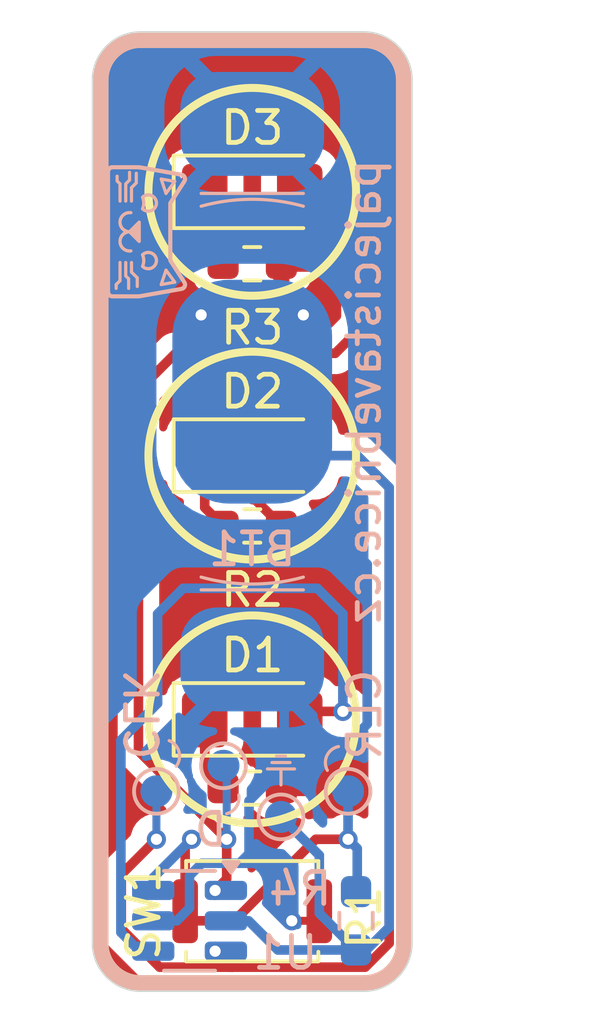
<source format=kicad_pcb>
(kicad_pcb (version 20241229) (generator "pcbnew") (generator_version "9.0")
  (layers (0 "F.Cu" signal) (2 "B.Cu" signal) (13 "F.Paste" user) (15 "B.Paste" user) (5 "F.SilkS" user "F.Silkscreen") (7 "B.SilkS" user "B.Silkscreen") (1 "F.Mask" user) (3 "B.Mask" user) (25 "Edge.Cuts" user))
  (net 0 "")
  (net 1 "/LED_G")
  (net 2 "Net-(D1-K)")
  (net 3 "/LED_Y")
  (net 4 "Net-(D3-K)")
  (net 5 "/LED_R")
  (net 6 "GND")
  (net 7 "/BUTTON")
  (net 8 "+3V3")
  (net 9 "Net-(D2-K)")
  (footprint "LED_SMD:LED_1206_3216Metric_Pad1.42x1.75mm_HandSolder" (layer "F.Cu") (at 136 99.25)
    (property "Reference" "D1")
    (property "Value" "GREEN")
  )
  (footprint "Resistor_SMD:R_0603_1608Metric_Pad0.98x0.95mm_HandSolder" (layer "F.Cu") (at 136 93.2)
    (property "Reference" "R2")
    (property "Value" "220R")
  )
  (footprint "Resistor_SMD:R_0603_1608Metric_Pad0.98x0.95mm_HandSolder" (layer "F.Cu") (at 136 85)
    (property "Reference" "R3")
    (property "Value" "1k2")
  )
  (footprint "LED_SMD:LED_1206_3216Metric_Pad1.42x1.75mm_HandSolder" (layer "F.Cu") (at 136 82.75)
    (property "Reference" "D3")
    (property "Value" "RED")
  )
  (footprint "Button_Switch_SMD:SW_Push_SPST_NO_Alps_SKRK" (layer "F.Cu") (at 136 105.25)
    (property "Reference" "SW1")
    (property "Value" "SW_Push")
  )
  (footprint "Resistor_SMD:R_0603_1608Metric_Pad0.98x0.95mm_HandSolder" (layer "F.Cu") (at 136 101.4)
    (property "Reference" "R1")
    (property "Value" "4k7")
  )
  (footprint "LED_SMD:LED_1206_3216Metric_Pad1.42x1.75mm_HandSolder" (layer "F.Cu") (at 136 91)
    (property "Reference" "D2")
    (property "Value" "YELLOW")
  )
  (footprint "TestPoint:TestPoint_Pad_D1.0mm" (layer "B.Cu") (at 133 101.5 180)
    (property "Reference" "TP4" (hide yes))
    (property "Value" "PGC")
  )
  (footprint "lib:MY-1220-03" (layer "B.Cu") (at 136 89 90)
    (property "Reference" "BT1")
    (property "Value" "Battery_Cell" (hide yes))
  )
  (footprint "Resistor_SMD:R_0603_1608Metric_Pad0.98x0.95mm_HandSolder" (layer "B.Cu") (at 139.25 105.55 -90)
    (property "Reference" "R4")
    (property "Value" "220R")
  )
  (footprint "Package_TO_SOT_SMD:SOT-23-6" (layer "B.Cu") (at 134.0375 105.55 180)
    (property "Reference" "U1")
    (property "Value" "PIC10F322-IOT")
  )
  (footprint "TestPoint:TestPoint_Pad_D1.0mm" (layer "B.Cu") (at 139 101.5 180)
    (property "Reference" "TP1" (hide yes))
    (property "Value" "MCLR")
  )
  (footprint "TestPoint:TestPoint_Pad_D1.0mm" (layer "B.Cu") (at 135.1 100.7 180)
    (property "Reference" "TP3" (hide yes))
    (property "Value" "PGD")
  )
  (footprint "TestPoint:TestPoint_Pad_D1.0mm" (layer "B.Cu") (at 136.9 102.3 180)
    (property "Reference" "TP2" (hide yes))
    (property "Value" "GND")
  )
  (gr_line (start 132.5 107.5) (end 139.5 107.5) (stroke (width 0.5)) (layer "F.SilkS"))
  (gr_line (start 140.75 79.25) (end 140.75 106.25) (stroke (width 0.5)) (layer "F.SilkS"))
  (gr_circle (center 136 82.75) (end 139.25 82.75) (stroke (width 0.25)) (fill no) (layer "F.SilkS"))
  (gr_arc (start 140.75 106.25) (mid 140.383883 107.133883) (end 139.5 107.5) (stroke (width 0.5)) (layer "F.SilkS"))
  (gr_circle (center 136 99.25) (end 139.25 99.25) (stroke (width 0.25)) (fill no) (layer "F.SilkS"))
  (gr_circle (center 136 91) (end 139.25 91) (stroke (width 0.25)) (fill no) (layer "F.SilkS"))
  (gr_arc (start 131.25 79.25) (mid 131.616117 78.366116) (end 132.500001 77.999998) (stroke (width 0.5)) (layer "F.SilkS"))
  (gr_line (start 139.499998 78) (end 132.500001 77.999998) (stroke (width 0.5)) (layer "F.SilkS"))
  (gr_arc (start 139.499998 78) (mid 140.383883 78.366116) (end 140.75 79.25) (stroke (width 0.5)) (layer "F.SilkS"))
  (gr_arc (start 132.5 107.5) (mid 131.616117 107.133883) (end 131.25 106.25) (stroke (width 0.5)) (layer "F.SilkS"))
  (gr_line (start 131.25 79.25) (end 131.25 106.25) (stroke (width 0.5)) (layer "F.SilkS"))
  (gr_line (start 132.171237 84.599794) (end 132.181624 84.599221) (stroke (width 0.1) (color 255 255 255 1)) (layer "B.SilkS"))
  (gr_line (start 133.439056 83.070354) (end 133.436792 83.07402) (stroke (width 0.1) (color 255 255 255 1)) (layer "B.SilkS"))
  (gr_line (start 131.509134 85.929922) (end 131.511506 85.935273) (stroke (width 0.1) (color 255 255 255 1)) (layer "B.SilkS"))
  (gr_line (start 131.877364 84.400667) (end 131.884897 84.41973) (stroke (width 0.1) (color 255 255 255 1)) (layer "B.SilkS"))
  (gr_line (start 132.733231 85.154266) (end 132.745442 85.154556) (stroke (width 0.1) (color 255 255 255 1)) (layer "B.SilkS"))
  (gr_line (start 133.8697 85.601255) (end 133.866273 85.594639) (stroke (width 0.1) (color 255 255 255 1)) (layer "B.SilkS"))
  (gr_line (start 131.898349 83.846799) (end 131.903618 83.855821) (stroke (width 0.1) (color 255 255 255 1)) (layer "B.SilkS"))
  (gr_line (start 132.099738 83.406104) (end 132.079959 83.410865) (stroke (width 0.1) (color 255 255 255 1)) (layer "B.SilkS"))
  (gr_line (start 132.769841 82.846609) (end 132.757653 82.845734) (stroke (width 0.1) (color 255 255 255 1)) (layer "B.SilkS"))
  (gr_line (start 132.970873 82.98162) (end 132.964757 82.970653) (stroke (width 0.1) (color 255 255 255 1)) (layer "B.SilkS"))
  (gr_line (start 132.582139 85.036327) (end 132.588698 85.014041) (stroke (width 0.1) (color 255 255 255 1)) (layer "B.SilkS"))
  (gr_line (start 132.582139 83.236327) (end 132.588698 83.214041) (stroke (width 0.1) (color 255 255 255 1)) (layer "B.SilkS"))
  (gr_line (start 131.5 85.884) (end 131.500147 85.889951) (stroke (width 0.1) (color 255 255 255 1)) (layer "B.SilkS"))
  (gr_line (start 132.806046 82.852725) (end 132.794061 82.850104) (stroke (width 0.1) (color 255 255 255 1)) (layer "B.SilkS"))
  (gr_line (start 131.574078 85.994866) (end 131.579539 85.996973) (stroke (width 0.1) (color 255 255 255 1)) (layer "B.SilkS"))
  (gr_line (start 132.829653 82.859715) (end 132.817917 82.85593) (stroke (width 0.1) (color 255 255 255 1)) (layer "B.SilkS"))
  (gr_line (start 131.871177 84.381219) (end 131.877364 84.400667) (stroke (width 0.1) (color 255 255 255 1)) (layer "B.SilkS"))
  (gr_line (start 132.574941 84.710972) (end 132.565444 84.72) (stroke (width 0.1) (color 255 255 255 1)) (layer "B.SilkS"))
  (gr_line (start 132.985726 83.015788) (end 132.981357 83.004211) (stroke (width 0.1) (color 255 255 255 1)) (layer "B.SilkS"))
  (gr_line (start 140.75 106.25) (end 140.75 79.25) (stroke (width 0.5)) (layer "B.SilkS"))
  (gr_line (start 133.575 85.575) (end 133.15 85.65) (stroke (width 0.1) (color 255 255 255 1)) (layer "B.SilkS"))
  (gr_line (start 131.955396 84.080571) (end 131.940949 84.094986) (stroke (width 0.1) (color 255 255 255 1)) (layer "B.SilkS"))
  (gr_line (start 132.594929 85.105338) (end 132.605377 85.112619) (stroke (width 0.1) (color 255 255 255 1)) (layer "B.SilkS"))
  (gr_line (start 131.558389 85.986977) (end 131.563493 85.989864) (stroke (width 0.1) (color 255 255 255 1)) (layer "B.SilkS"))
  (gr_line (start 132.708899 82.848065) (end 132.696824 82.850104) (stroke (width 0.1) (color 255 255 255 1)) (layer "B.SilkS"))
  (gr_line (start 132.684839 82.852725) (end 132.672967 82.855928) (stroke (width 0.1) (color 255 255 255 1)) (layer "B.SilkS"))
  (gr_line (start 131.86 83.04) (end 131.86 82.5) (stroke (width 0.1) (color 255 255 255 1)) (layer "B.SilkS"))
  (gr_line (start 132.616095 83.319317) (end 132.627063 83.325433) (stroke (width 0.1) (color 255 255 255 1)) (layer "B.SilkS"))
  (gr_line (start 133.421229 84.88188) (end 133.421915 84.886104) (stroke (width 0.1) (color 255 255 255 1)) (layer "B.SilkS"))
  (gr_line (start 131.500146 82.11005) (end 131.5 82.116) (stroke (width 0.1) (color 255 255 255 1)) (layer "B.SilkS"))
  (gr_line (start 133.878416 82.319982) (end 133.876531 82.312818) (stroke (width 0.1) (color 255 255 255 1)) (layer "B.SilkS"))
  (gr_line (start 132.661231 83.340286) (end 132.672967 83.344072) (stroke (width 0.1) (color 255 255 255 1)) (layer "B.SilkS"))
  (gr_line (start 133.823613 85.755753) (end 133.829752 85.751776) (stroke (width 0.1) (color 255 255 255 1)) (layer "B.SilkS"))
  (gr_line (start 132.565444 83.28) (end 132.574388 83.25833) (stroke (width 0.1) (color 255 255 255 1)) (layer "B.SilkS"))
  (gr_line (start 132.817917 82.85593) (end 132.806046 82.852725) (stroke (width 0.1) (color 255 255 255 1)) (layer "B.SilkS"))
  (gr_line (start 133.429127 84.910654) (end 133.430834 84.914577) (stroke (width 0.1) (color 255 255 255 1)) (layer "B.SilkS"))
  (gr_line (start 133.42 84.864756) (end 133.420078 84.869064) (stroke (width 0.1) (color 255 255 255 1)) (layer "B.SilkS"))
  (gr_line (start 133.86818 85.707992) (end 133.871401 85.701217) (stroke (width 0.1) (color 255 255 255 1)) (layer "B.SilkS"))
  (gr_line (start 131.949193 84.51348) (end 131.956639 84.520585) (stroke (width 0.1) (color 255 255 255 1)) (layer "B.SilkS"))
  (gr_line (start 133.872693 85.60803) (end 133.8697 85.601255) (stroke (width 0.1) (color 255 255 255 1)) (layer "B.SilkS"))
  (gr_line (start 133.823613 82.244247) (end 133.817232 82.240645) (stroke (width 0.1) (color 255 255 255 1)) (layer "B.SilkS"))
  (gr_line (start 132.160877 84.600005) (end 132.171237 84.599794) (stroke (width 0.1) (color 255 255 255 1)) (layer "B.SilkS"))
  (gr_line (start 133.864569 82.285493) (end 133.860585 82.279249) (stroke (width 0.1) (color 255 255 255 1)) (layer "B.SilkS"))
  (gr_line (start 131.903979 84.456415) (end 131.915518 84.473892) (stroke (width 0.1) (color 255 255 255 1)) (layer "B.SilkS"))
  (gr_line (start 131.535147 85.968853) (end 131.539459 85.972956) (stroke (width 0.1) (color 255 255 255 1)) (layer "B.SilkS"))
  (gr_line (start 133.427559 83.093325) (end 133.426138 83.097353) (stroke (width 0.1) (color 255 255 255 1)) (layer "B.SilkS"))
  (gr_line (start 132.616095 84.680683) (end 132.605377 84.687382) (stroke (width 0.1) (color 255 255 255 1)) (layer "B.SilkS"))
  (gr_line (start 132.099758 84.5939) (end 132.119878 84.597317) (stroke (width 0.1) (color 255 255 255 1)) (layer "B.SilkS"))
  (gr_line (start 132.829653 83.340285) (end 132.841231 83.335916) (stroke (width 0.1) (color 255 255 255 1)) (layer "B.SilkS"))
  (gr_line (start 131.86 82.5) (end 131.77 82.41) (stroke (width 0.1) (color 255 255 255 1)) (layer "B.SilkS"))
  (gr_line (start 132.684839 85.147276) (end 132.696823 85.149897) (stroke (width 0.1) (color 255 255 255 1)) (layer "B.SilkS"))
  (gr_line (start 132.219999 85.26) (end 132.4 85.44) (stroke (width 0.1) (color 255 255 255 1)) (layer "B.SilkS"))
  (gr_line (start 132.060586 83.416943) (end 132.04169 83.424306) (stroke (width 0.1) (color 255 255 255 1)) (layer "B.SilkS"))
  (gr_line (start 132.584777 82.902526) (end 132.574941 82.910972) (stroke (width 0.1) (color 255 255 255 1)) (layer "B.SilkS"))
  (gr_line (start 132.068436 83.985699) (end 132.078215 83.988652) (stroke (width 0.1) (color 255 255 255 1)) (layer "B.SilkS"))
  (gr_line (start 133.423732 83.105547) (end 133.422749 83.109704) (stroke (width 0.1) (color 255 255 255 1)) (layer "B.SilkS"))
  (gr_line (start 132.934469 85.070501) (end 132.942914 85.060665) (stroke (width 0.1) (color 255 255 255 1)) (layer "B.SilkS"))
  (gr_line (start 133.817232 85.759355) (end 133.823613 85.755753) (stroke (width 0.1) (color 255 255 255 1)) (layer "B.SilkS"))
  (gr_line (start 133.429123 83.089347) (end 133.427559 83.093325) (stroke (width 0.1) (color 255 255 255 1)) (layer "B.SilkS"))
  (gr_line (start 132.565444 85.08) (end 132.574941 85.089028) (stroke (width 0.1) (color 255 255 255 1)) (layer "B.SilkS"))
  (gr_line (start 132.895954 83.305336) (end 132.906106 83.297472) (stroke (width 0.1) (color 255 255 255 1)) (layer "B.SilkS"))
  (gr_arc (start 132.5 107.5) (mid 131.616117 107.133883) (end 131.25 106.25) (stroke (width 0.5)) (layer "B.SilkS"))
  (gr_line (start 132.992716 83.160603) (end 132.995337 83.148618) (stroke (width 0.1) (color 255 255 255 1)) (layer "B.SilkS"))
  (gr_line (start 132.119878 84.597317) (end 132.140273 84.599361) (stroke (width 0.1) (color 255 255 255 1)) (layer "B.SilkS"))
  (gr_line (start 133.421913 83.113897) (end 133.421228 83.11812) (stroke (width 0.1) (color 255 255 255 1)) (layer "B.SilkS"))
  (gr_line (start 131.934987 84.498447) (end 131.941973 84.5061) (stroke (width 0.1) (color 255 255 255 1)) (layer "B.SilkS"))
  (gr_line (start 132.449524 86.004) (end 131.62 86.004) (stroke (width 0.1) (color 255 255 255 1)) (layer "B.SilkS"))
  (gr_line (start 132.852627 82.869035) (end 132.841231 82.864085) (stroke (width 0.1) (color 255 255 255 1)) (layer "B.SilkS"))
  (gr_arc (start 135.577904 101.617022) (mid 135.502056 101.981829) (end 135.2 102.2) (stroke (width 0.1)) (layer "B.SilkS"))
  (gr_line (start 131.62 81.996) (end 131.61405 81.996146) (stroke (width 0.1) (color 255 255 255 1)) (layer "B.SilkS"))
  (gr_line (start 131.86596 84.240353) (end 131.862587 84.260481) (stroke (width 0.1) (color 255 255 255 1)) (layer "B.SilkS"))
  (gr_line (start 132.696823 85.149897) (end 132.708899 85.151935) (stroke (width 0.1) (color 255 255 255 1)) (layer "B.SilkS"))
  (gr_line (start 131.988517 84.54618) (end 132.005598 84.557232) (stroke (width 0.1) (color 255 255 255 1)) (layer "B.SilkS"))
  (gr_line (start 132.852628 84.669035) (end 132.841231 84.664084) (stroke (width 0.1) (color 255 255 255 1)) (layer "B.SilkS"))
  (gr_line (start 133.796802 82.232222) (end 133.789618 82.230252) (stroke (width 0.1) (color 255 255 255 1)) (layer "B.SilkS"))
  (gr_line (start 131.893374 83.837554) (end 131.898349 83.846799) (stroke (width 0.1) (color 255 255 255 1)) (layer "B.SilkS"))
  (gr_line (start 131.531044 85.964541) (end 131.535147 85.968853) (stroke (width 0.1) (color 255 255 255 1)) (layer "B.SilkS"))
  (gr_line (start 132.565444 85.08) (end 132.574388 85.05833) (stroke (width 0.1) (color 255 255 255 1)) (layer "B.SilkS"))
  (gr_line (start 132.745442 84.645444) (end 132.733231 84.645736) (stroke (width 0.1) (color 255 255 255 1)) (layer "B.SilkS"))
  (gr_line (start 131.860736 84.321287) (end 131.862857 84.341458) (stroke (width 0.1) (color 255 255 255 1)) (layer "B.SilkS"))
  (gr_line (start 132.997375 83.136543) (end 132.998832 83.1244) (stroke (width 0.1) (color 255 255 255 1)) (layer "B.SilkS"))
  (gr_line (start 132.603604 83.1) (end 132.603008 83.077001) (stroke (width 0.1) (color 255 255 255 1)) (layer "B.SilkS"))
  (gr_line (start 133.879053 85.62911) (end 133.87737 85.621979) (stroke (width 0.1) (color 255 255 255 1)) (layer "B.SilkS"))
  (gr_line (start 132.452133 86.003972) (end 132.454741 86.003886) (stroke (width 0.1) (color 255 255 255 1)) (layer "B.SilkS"))
  (gr_line (start 132.885507 83.312617) (end 132.895954 83.305336) (stroke (width 0.1) (color 255 255 255 1)) (layer "B.SilkS"))
  (gr_line (start 131.986936 83.945064) (end 131.99532 83.950773) (stroke (width 0.1) (color 255 255 255 1)) (layer "B.SilkS"))
  (gr_line (start 132.584777 85.097474) (end 132.594929 85.105338) (stroke (width 0.1) (color 255 255 255 1)) (layer "B.SilkS"))
  (gr_line (start 133.85156 85.732371) (end 133.856243 85.72671) (stroke (width 0.1) (color 255 255 255 1)) (layer "B.SilkS"))
  (gr_line (start 132.030638 83.970687) (end 132.039874 83.974913) (stroke (width 0.1) (color 255 255 255 1)) (layer "B.SilkS"))
  (gr_line (start 131.941959 83.493916) (end 131.928231 83.509491) (stroke (width 0.1) (color 255 255 255 1)) (layer "B.SilkS"))
  (gr_line (start 132.87479 83.319315) (end 132.885507 83.312617) (stroke (width 0.1) (color 255 255 255 1)) (layer "B.SilkS"))
  (gr_line (start 132.999705 83.087789) (end 132.998832 83.0756) (stroke (width 0.1) (color 255 255 255 1)) (layer "B.SilkS"))
  (gr_line (start 132.794061 84.650104) (end 132.781985 84.648065) (stroke (width 0.1) (color 255 255 255 1)) (layer "B.SilkS"))
  (gr_line (start 132.603604 84.9) (end 132.603007 84.877002) (stroke (width 0.1) (color 255 255 255 1)) (layer "B.SilkS"))
  (gr_line (start 132.672967 83.344072) (end 132.684839 83.347275) (stroke (width 0.1) (color 255 255 255 1)) (layer "B.SilkS"))
  (gr_line (start 132.672967 84.655928) (end 132.661231 84.659714) (stroke (width 0.1) (color 255 255 255 1)) (layer "B.SilkS"))
  (gr_line (start 132.03986 84.025096) (end 132.021541 84.033853) (stroke (width 0.1) (color 255 255 255 1)) (layer "B.SilkS"))
  (gr_line (start 132.852628 83.330965) (end 132.863822 83.325431) (stroke (width 0.1) (color 255 255 255 1)) (layer "B.SilkS"))
  (gr_line (start 132.021556 83.966157) (end 132.030638 83.970687) (stroke (width 0.1) (color 255 255 255 1)) (layer "B.SilkS"))
  (gr_line (start 131.531044 82.035459) (end 131.527176 82.039949) (stroke (width 0.1) (color 255 255 255 1)) (layer "B.SilkS"))
  (gr_line (start 132.601218 84.854052) (end 132.598239 84.831197) (stroke (width 0.1) (color 255 255 255 1)) (layer "B.SilkS"))
  (gr_line (start 132.638256 84.669034) (end 132.627063 84.674567) (stroke (width 0.1) (color 255 255 255 1)) (layer "B.SilkS"))
  (gr_line (start 132.369999 82.17) (end 132.37 82.470001) (stroke (width 0.1) (color 255 255 255 1)) (layer "B.SilkS"))
  (gr_line (start 132.5 107.5) (end 139.5 107.5) (stroke (width 0.5)) (layer "B.SilkS"))
  (gr_line (start 132.603008 84.922999) (end 132.603604 84.9) (stroke (width 0.1) (color 255 255 255 1)) (layer "B.SilkS"))
  (gr_line (start 132.594064 83.191517) (end 132.598238 83.168804) (stroke (width 0.1) (color 255 255 255 1)) (layer "B.SilkS"))
  (gr_line (start 133.856243 82.27329) (end 133.85156 82.267629) (stroke (width 0.1) (color 255 255 255 1)) (layer "B.SilkS"))
  (gr_line (start 132.696824 82.850104) (end 132.684839 82.852725) (stroke (width 0.1) (color 255 255 255 1)) (layer "B.SilkS"))
  (gr_line (start 131.914993 84.126836) (end 131.903607 84.144197) (stroke (width 0.1) (color 255 255 255 1)) (layer "B.SilkS"))
  (gr_line (start 131.514137 85.940507) (end 131.517023 85.945611) (stroke (width 0.1) (color 255 255 255 1)) (layer "B.SilkS"))
  (gr_line (start 133.881097 82.356416) (end 133.881453 82.349117) (stroke (width 0.1) (color 255 255 255 1)) (layer "B.SilkS"))
  (gr_line (start 132.841231 82.864085) (end 132.829653 82.859715) (stroke (width 0.1) (color 255 255 255 1)) (layer "B.SilkS"))
  (gr_line (start 132.958058 85.040065) (end 132.964757 85.029347) (stroke (width 0.1) (color 255 255 255 1)) (layer "B.SilkS"))
  (gr_line (start 132.661231 84.659714) (end 132.649653 84.664083) (stroke (width 0.1) (color 255 255 255 1)) (layer "B.SilkS"))
  (gr_line (start 131.948071 83.912365) (end 131.955411 83.919443) (stroke (width 0.1) (color 255 255 255 1)) (layer "B.SilkS"))
  (gr_line (start 131.548607 85.980453) (end 131.553423 85.983839) (stroke (width 0.1) (color 255 255 255 1)) (layer "B.SilkS"))
  (gr_line (start 131.507027 85.924461) (end 131.509134 85.929922) (stroke (width 0.1) (color 255 255 255 1)) (layer "B.SilkS"))
  (gr_line (start 131.535147 82.031147) (end 131.531044 82.035459) (stroke (width 0.1) (color 255 255 255 1)) (layer "B.SilkS"))
  (gr_line (start 133.810626 82.237432) (end 133.80381 82.23462) (stroke (width 0.1) (color 255 255 255 1)) (layer "B.SilkS"))
  (gr_line (start 133.817232 82.240645) (end 133.810626 82.237432) (stroke (width 0.1) (color 255 255 255 1)) (layer "B.SilkS"))
  (gr_line (start 131.956624 83.479429) (end 131.941959 83.493916) (stroke (width 0.1) (color 255 255 255 1)) (layer "B.SilkS"))
  (gr_line (start 131.928244 84.490526) (end 131.934987 84.498447) (stroke (width 0.1) (color 255 255 255 1)) (layer "B.SilkS"))
  (gr_line (start 132.452138 81.996029) (end 132.449524 81.996) (stroke (width 0.1) (color 255 255 255 1)) (layer "B.SilkS"))
  (gr_line (start 131.500147 85.889951) (end 131.500587 85.895861) (stroke (width 0.1) (color 255 255 255 1)) (layer "B.SilkS"))
  (gr_line (start 131.740001 85.77) (end 131.74 85.65) (stroke (width 0.1) (color 255 255 255 1)) (layer "B.SilkS"))
  (gr_line (start 131.509134 82.070078) (end 131.507027 82.075539) (stroke (width 0.1) (color 255 255 255 1)) (layer "B.SilkS"))
  (gr_arc (start 131.25 79.25) (mid 131.616117 78.366116) (end 132.500002 78) (stroke (width 0.5)) (layer "B.SilkS"))
  (gr_line (start 132.47032 81.997818) (end 132.467741 81.997393) (stroke (width 0.1) (color 255 255 255 1)) (layer "B.SilkS"))
  (gr_line (start 131.876869 84.20074) (end 131.870719 84.220415) (stroke (width 0.1) (color 255 255 255 1)) (layer "B.SilkS"))
  (gr_line (start 132.794061 85.149896) (end 132.806046 85.147275) (stroke (width 0.1) (color 255 255 255 1)) (layer "B.SilkS"))
  (gr_line (start 131.88489 83.580289) (end 131.877358 83.599353) (stroke (width 0.1) (color 255 255 255 1)) (layer "B.SilkS"))
  (gr_line (start 131.574078 82.005134) (end 131.568727 82.007506) (stroke (width 0.1) (color 255 255 255 1)) (layer "B.SilkS"))
  (gr_line (start 132.684839 84.652725) (end 132.672967 84.655928) (stroke (width 0.1) (color 255 255 255 1)) (layer "B.SilkS"))
  (gr_line (start 133.8697 82.398745) (end 133.872693 82.39197) (stroke (width 0.1) (color 255 255 255 1)) (layer "B.SilkS"))
  (gr_line (start 132.459949 86.003545) (end 132.462547 86.003289) (stroke (width 0.1) (color 255 255 255 1)) (layer "B.SilkS"))
  (gr_line (start 131.568726 85.992495) (end 131.574078 85.994866) (stroke (width 0.1) (color 255 255 255 1)) (layer "B.SilkS"))
  (gr_line (start 133.874194 82.305745) (end 133.871401 82.298783) (stroke (width 0.1) (color 255 255 255 1)) (layer "B.SilkS"))
  (gr_line (start 132.981358 84.804211) (end 132.976406 84.792814) (stroke (width 0.1) (color 255 255 255 1)) (layer "B.SilkS"))
  (gr_line (start 132.627063 84.674567) (end 132.616095 84.680683) (stroke (width 0.1) (color 255 255 255 1)) (layer "B.SilkS"))
  (gr_line (start 132.942914 82.939335) (end 132.934469 82.929499) (stroke (width 0.1) (color 255 255 255 1)) (layer "B.SilkS"))
  (gr_line (start 132.981357 83.004211) (end 132.976406 82.992814) (stroke (width 0.1) (color 255 255 255 1)) (layer "B.SilkS"))
  (gr_line (start 133.575 82.425) (end 133.15 82.35) (stroke (width 0.1) (color 255 255 255 1)) (layer "B.SilkS"))
  (gr_line (start 131.59075 81.999619) (end 131.5851 82.001187) (stroke (width 0.1) (color 255 255 255 1)) (layer "B.SilkS"))
  (gr_line (start 131.523547 82.044607) (end 131.52016 82.049424) (stroke (width 0.1) (color 255 255 255 1)) (layer "B.SilkS"))
  (gr_line (start 132.999705 83.112211) (end 132.999997 83.1) (stroke (width 0.1) (color 255 255 255 1)) (layer "B.SilkS"))
  (gr_line (start 132.970873 85.01838) (end 132.976406 85.007186) (stroke (width 0.1) (color 255 255 255 1)) (layer "B.SilkS"))
  (gr_line (start 132.603007 84.877002) (end 132.601218 84.854052) (stroke (width 0.1) (color 255 255 255 1)) (layer "B.SilkS"))
  (gr_line (start 132.118414 84.002889) (end 132.098106 84.006443) (stroke (width 0.1) (color 255 255 255 1)) (layer "B.SilkS"))
  (gr_line (start 132.219999 83.04) (end 132.22 82.620001) (stroke (width 0.1) (color 255 255 255 1)) (layer "B.SilkS"))
  (gr_poly (pts (xy 133.911628 85.65683) (xy 133.911296 85.663588) (xy 133.910661 85.670307) (xy 133.909725 85.676976) (xy 133.908493 85.683583) (xy 133.906971 85.690117) (xy 133.905163 85.696573) (xy 133.903072 85.702936) (xy 133.900705 85.709198) (xy 133.898063 85.715348) (xy 133.895153 85.721377) (xy 133.891977 85.727273) (xy 133.888544 85.733028) (xy 133.884855 85.738631) (xy 133.880914 85.744073) (xy 133.876728 85.74934) (xy 133.872299 85.754427) (xy 133.867632 85.759321) (xy 133.862733 85.764013) (xy 133.857605 85.768492) (xy 133.852252 85.772748) (xy 133.84668 85.776772) (xy 133.840893 85.780552) (xy 133.834895 85.78408) (xy 133.82869 85.787345) (xy 133.822283 85.790336) (xy 133.815679 85.793045) (xy 133.808882 85.79546) (xy 133.801896 85.797571) (xy 133.794726 85.799369) (xy 133.787376 85.800844) (xy 132.452142 86.03393) (xy 131.619994 86.03393) (xy 131.612264 86.033735) (xy 131.604638 86.033158) (xy 131.597124 86.032208) (xy 131.58973 86.030893) (xy 131.582468 86.029224) (xy 131.575346 86.02721) (xy 131.568373 86.02486) (xy 131.561558 86.022183) (xy 131.554912 86.019186) (xy 131.548445 86.015883) (xy 131.542162 86.012282) (xy 131.536077 86.008389) (xy 131.530197 86.004217) (xy 131.524532 85.999773) (xy 131.51909 85.995068) (xy 131.513885 85.990111) (xy 131.508921 85.98491) (xy 131.504209 85.979476) (xy 131.49976 85.973817) (xy 131.495581 85.967943) (xy 131.491683 85.961862) (xy 131.488075 85.955586) (xy 131.484766 85.949121) (xy 131.481765 85.942479) (xy 131.479082 85.935668) (xy 131.476727 85.928698) (xy 131.474709 85.921578) (xy 131.473036 85.914316) (xy 131.471719 85.906922) (xy 131.470767 85.899407) (xy 131.470188 85.891779) (xy 131.469994 85.884047) (xy 131.469994 82.116) (xy 131.470188 82.108268) (xy 131.470766 82.100638) (xy 131.471718 82.093122) (xy 131.473035 82.085726) (xy 131.474707 82.078462) (xy 131.476723 82.071338) (xy 131.479079 82.064364) (xy 131.48176 82.057549) (xy 131.484759 82.050903) (xy 131.488067 82.044434) (xy 131.491675 82.038152) (xy 131.495571 82.032067) (xy 131.499749 82.026188) (xy 131.504197 82.020523) (xy 131.508908 82.015083) (xy 131.513871 82.009877) (xy 131.519077 82.004914) (xy 131.524517 82.000204) (xy 131.530181 81.995755) (xy 131.536061 81.991578) (xy 131.542146 81.987681) (xy 131.548428 81.984074) (xy 131.554896 81.980766) (xy 131.561543 81.977766) (xy 131.568358 81.975084) (xy 131.575332 81.972731) (xy 131.582456 81.970713) (xy 131.589721 81.969041) (xy 131.597115 81.967725) (xy 131.604632 81.966772) (xy 131.612261 81.966195) (xy 131.619994 81.966) (xy 132.450853 81.966) (xy 132.474173 81.967992) (xy 133.787376 82.199203) (xy 133.794682 82.200668) (xy 133.801812 82.202454) (xy 133.808763 82.204551) (xy 133.815529 82.206949) (xy 133.822107 82.209639) (xy 133.828491 82.212612) (xy 133.834677 82.215856) (xy 133.84066 82.219363) (xy 133.846435 82.223123) (xy 133.851999 82.227126) (xy 133.857345 82.23136) (xy 133.86247 82.235819) (xy 133.867368 82.240491) (xy 133.872036 82.245367) (xy 133.876468 82.250438) (xy 133.88066 82.255691) (xy 133.884607 82.26112) (xy 133.888304 82.266713) (xy 133.891747 82.27246) (xy 133.894931 82.278353) (xy 133.897852 82.284381) (xy 133.900504 82.290535) (xy 133.902884 82.296804) (xy 133.904985 82.30318) (xy 133.906805 82.309651) (xy 133.908336 82.316209) (xy 133.909578 82.322843) (xy 133.910522 82.329544) (xy 133.911166 82.336302) (xy 133.911504 82.343107) (xy 133.91153 82.34995) (xy 133.911244 82.35682) (xy 133.910873 82.361403) (xy 133.91036 82.365981) (xy 133.909701 82.37055) (xy 133.908895 82.37511) (xy 133.907943 82.379653) (xy 133.906843 82.384182) (xy 133.905595 82.388691) (xy 133.904198 82.393178) (xy 133.902651 82.397641) (xy 133.900954 82.402076) (xy 133.899106 82.406481) (xy 133.897106 82.410852) (xy 133.894953 82.415188) (xy 133.892647 82.419485) (xy 133.890187 82.423741) (xy 133.887572 82.427953) (xy 133.464291 83.086547) (xy 133.462625 83.089249) (xy 133.461054 83.092026) (xy 133.45958 83.094872) (xy 133.458204 83.097779) (xy 133.456928 83.100741) (xy 133.455754 83.103752) (xy 133.454683 83.106807) (xy 133.453718 83.109898) (xy 133.452859 83.113019) (xy 133.45211 83.116164) (xy 133.45147 83.119326) (xy 133.450943 83.1225) (xy 133.450531 83.125678) (xy 133.450233 83.128854) (xy 133.450053 83.132025) (xy 133.449994 83.13518) (xy 133.449994 84.864751) (xy 133.450054 84.867908) (xy 133.450235 84.87108) (xy 133.450533 84.874261) (xy 133.450948 84.877442) (xy 133.451476 84.880619) (xy 133.452118 84.883786) (xy 133.452869 84.886935) (xy 133.453729 84.890058) (xy 133.454696 84.893151) (xy 133.455767 84.896206) (xy 133.456942 84.899216) (xy 133.458217 84.902178) (xy 133.459592 84.905081) (xy 133.461063 84.907921) (xy 133.46263 84.91069) (xy 133.464291 84.913383) (xy 133.851244 85.515609) (xy 133.873743 85.550531) (xy 133.876321 85.554515) (xy 133.877845 85.556859) (xy 133.877962 85.55686) (xy 133.878431 85.557679) (xy 133.880072 85.560257) (xy 133.881478 85.562484) (xy 133.88265 85.564242) (xy 133.88347 85.565648) (xy 133.887572 85.571977) (xy 133.890214 85.576234) (xy 133.892697 85.580529) (xy 133.895022 85.584862) (xy 133.89719 85.589229) (xy 133.899202 85.593628) (xy 133.901059 85.598054) (xy 133.902763 85.602506) (xy 133.904313 85.606981) (xy 133.905713 85.611474) (xy 133.906962 85.615985) (xy 133.908062 85.620508) (xy 133.909013 85.625042) (xy 133.909818 85.629585) (xy 133.910478 85.634131) (xy 133.910991 85.638679) (xy 133.911361 85.643227) (xy 133.911651 85.650038)) (stroke (width 0.1) (color 255 1 1 1)) (fill no) (layer "B.SilkS"))
  (gr_line (start 132.915943 85.089026) (end 132.925439 85.079997) (stroke (width 0.1) (color 255 255 255 1)) (layer "B.SilkS"))
  (gr_line (start 131.60228 81.997315) (end 131.59648 81.998327) (stroke (width 0.1) (color 255 255 255 1)) (layer "B.SilkS"))
  (gr_line (start 132.958058 83.240065) (end 132.964758 83.229347) (stroke (width 0.1) (color 255 255 255 1)) (layer "B.SilkS"))
  (gr_line (start 133.434665 83.077756) (end 133.432677 83.081557) (stroke (width 0.1) (color 255 255 255 1)) (layer "B.SilkS"))
  (gr_line (start 133.422749 83.109704) (end 133.421913 83.113897) (stroke (width 0.1) (color 255 255 255 1)) (layer "B.SilkS"))
  (gr_line (start 131.568727 82.007506) (end 131.563493 82.010137) (stroke (width 0.1) (color 255 255 255 1)) (layer "B.SilkS"))
  (gr_line (start 132.150553 84.599861) (end 132.160877 84.600005) (stroke (width 0.1) (color 255 255 255 1)) (layer "B.SilkS"))
  (gr_line (start 133.796802 85.767778) (end 133.80381 85.76538) (stroke (width 0.1) (color 255 255 255 1)) (layer "B.SilkS"))
  (gr_line (start 132.594064 84.991516) (end 132.598238 84.968803) (stroke (width 0.1) (color 255 255 255 1)) (layer "B.SilkS"))
  (gr_line (start 131.543949 82.023176) (end 131.539459 82.027044) (stroke (width 0.1) (color 255 255 255 1)) (layer "B.SilkS"))
  (gr_line (start 132.05878 83.982423) (end 132.068436 83.985699) (stroke (width 0.1) (color 255 255 255 1)) (layer "B.SilkS"))
  (gr_line (start 131.941973 84.5061) (end 131.949193 84.51348) (stroke (width 0.1) (color 255 255 255 1)) (layer "B.SilkS"))
  (gr_line (start 132.998832 83.1244) (end 132.999705 83.112211) (stroke (width 0.1) (color 255 255 255 1)) (layer "B.SilkS"))
  (gr_line (start 131.884897 84.41973) (end 131.893771 84.438337) (stroke (width 0.1) (color 255 255 255 1)) (layer "B.SilkS"))
  (gr_line (start 132.995337 84.851382) (end 132.992716 84.839397) (stroke (width 0.1) (color 255 255 255 1)) (layer "B.SilkS"))
  (gr_line (start 131.500587 82.104139) (end 131.500146 82.11005) (stroke (width 0.1) (color 255 255 255 1)) (layer "B.SilkS"))
  (gr_line (start 133.856243 85.72671) (end 133.860585 85.720751) (stroke (width 0.1) (color 255 255 255 1)) (layer "B.SilkS"))
  (gr_line (start 131.5851 82.001187) (end 131.579539 82.003027) (stroke (width 0.1) (color 255 255 255 1)) (layer "B.SilkS"))
  (gr_line (start 131.870719 84.220415) (end 131.86596 84.240353) (stroke (width 0.1) (color 255 255 255 1)) (layer "B.SilkS"))
  (gr_line (start 133.879053 82.37089) (end 133.880295 82.363681) (stroke (width 0.1) (color 255 255 255 1)) (layer "B.SilkS"))
  (gr_line (start 132.649653 83.335917) (end 132.661231 83.340286) (stroke (width 0.1) (color 255 255 255 1)) (layer "B.SilkS"))
  (gr_line (start 132.02335 84.567082) (end 132.04171 84.575703) (stroke (width 0.1) (color 255 255 255 1)) (layer "B.SilkS"))
  (gr_line (start 132.627063 85.125433) (end 132.638256 85.130966) (stroke (width 0.1) (color 255 255 255 1)) (layer "B.SilkS"))
  (gr_line (start 132.985726 84.815789) (end 132.981358 84.804211) (stroke (width 0.1) (color 255 255 255 1)) (layer "B.SilkS"))
  (gr_line (start 131.860596 84.280727) (end 131.85998 84.30102) (stroke (width 0.1) (color 255 255 255 1)) (layer "B.SilkS"))
  (gr_line (start 133.420308 83.126643) (end 133.420077 83.130935) (stroke (width 0.1) (color 255 255 255 1)) (layer "B.SilkS"))
  (gr_line (start 132.829654 85.140285) (end 132.841231 85.135915) (stroke (width 0.1) (color 255 255 255 1)) (layer "B.SilkS"))
  (gr_line (start 132.841231 84.664084) (end 132.829653 84.659715) (stroke (width 0.1) (color 255 255 255 1)) (layer "B.SilkS"))
  (gr_line (start 133.878416 85.680018) (end 133.879848 85.672786) (stroke (width 0.1) (color 255 255 255 1)) (layer "B.SilkS"))
  (gr_line (start 132.745442 82.845444) (end 132.733231 82.845734) (stroke (width 0.1) (color 255 255 255 1)) (layer "B.SilkS"))
  (gr_line (start 132.757653 82.845734) (end 132.745442 82.845444) (stroke (width 0.1) (color 255 255 255 1)) (layer "B.SilkS"))
  (gr_line (start 131.52016 85.950576) (end 131.523547 85.955393) (stroke (width 0.1) (color 255 255 255 1)) (layer "B.SilkS"))
  (gr_line (start 132.04171 84.575703) (end 132.060607 84.583065) (stroke (width 0.1) (color 255 255 255 1)) (layer "B.SilkS"))
  (gr_line (start 132.078203 84.011354) (end 132.058767 84.017584) (stroke (width 0.1) (color 255 255 255 1)) (layer "B.SilkS"))
  (gr_line (start 131.25 106.25) (end 131.25 79.25) (stroke (width 0.5)) (layer "B.SilkS"))
  (gr_line (start 131.548607 82.019547) (end 131.543949 82.023176) (stroke (width 0.1) (color 255 255 255 1)) (layer "B.SilkS"))
  (gr_line (start 132.079979 84.58914) (end 132.099758 84.5939) (stroke (width 0.1) (color 255 255 255 1)) (layer "B.SilkS"))
  (gr_line (start 132.598239 84.831197) (end 132.594064 84.808483) (stroke (width 0.1) (color 255 255 255 1)) (layer "B.SilkS"))
  (gr_line (start 132.454749 81.996114) (end 132.452138 81.996029) (stroke (width 0.1) (color 255 255 255 1)) (layer "B.SilkS"))
  (gr_line (start 133.835633 85.747436) (end 133.841239 85.742747) (stroke (width 0.1) (color 255 255 255 1)) (layer "B.SilkS"))
  (gr_line (start 132.04169 83.424306) (end 132.023332 83.432928) (stroke (width 0.1) (color 255 255 255 1)) (layer "B.SilkS"))
  (gr_line (start 131.523547 85.955393) (end 131.527176 85.960051) (stroke (width 0.1) (color 255 255 255 1)) (layer "B.SilkS"))
  (gr_line (start 133.860585 85.720751) (end 133.864569 85.714507) (stroke (width 0.1) (color 255 255 255 1)) (layer "B.SilkS"))
  (gr_line (start 132.574941 85.089028) (end 132.584777 85.097474) (stroke (width 0.1) (color 255 255 255 1)) (layer "B.SilkS"))
  (gr_line (start 131.893762 83.561682) (end 131.88489 83.580289) (stroke (width 0.1) (color 255 255 255 1)) (layer "B.SilkS"))
  (gr_line (start 132.976406 84.792814) (end 132.970873 84.781621) (stroke (width 0.1) (color 255 255 255 1)) (layer "B.SilkS"))
  (gr_line (start 133.426141 84.902647) (end 133.427563 84.906676) (stroke (width 0.1) (color 255 255 255 1)) (layer "B.SilkS"))
  (gr_line (start 131.862587 84.260481) (end 131.860596 84.280727) (stroke (width 0.1) (color 255 255 255 1)) (layer "B.SilkS"))
  (gr_line (start 133.875249 85.614945) (end 133.872693 85.60803) (stroke (width 0.1) (color 255 255 255 1)) (layer "B.SilkS"))
  (gr_line (start 132.757653 83.354264) (end 132.769841 83.353391) (stroke (width 0.1) (color 255 255 255 1)) (layer "B.SilkS"))
  (gr_line (start 132.594929 82.894662) (end 132.584777 82.902526) (stroke (width 0.1) (color 255 255 255 1)) (layer "B.SilkS"))
  (gr_line (start 132.992717 83.039397) (end 132.989512 83.027525) (stroke (width 0.1) (color 255 255 255 1)) (layer "B.SilkS"))
  (gr_line (start 132.934469 82.929499) (end 132.925439 82.920003) (stroke (width 0.1) (color 255 255 255 1)) (layer "B.SilkS"))
  (gr_line (start 133.875249 82.385055) (end 133.87737 82.378021) (stroke (width 0.1) (color 255 255 255 1)) (layer "B.SilkS"))
  (gr_line (start 133.880831 82.334494) (end 133.879848 82.327214) (stroke (width 0.1) (color 255 255 255 1)) (layer "B.SilkS"))
  (gr_line (start 132.649653 85.135917) (end 132.661231 85.140286) (stroke (width 0.1) (color 255 255 255 1)) (layer "B.SilkS"))
  (gr_line (start 131.517023 82.054389) (end 131.514137 82.059493) (stroke (width 0.1) (color 255 255 255 1)) (layer "B.SilkS"))
  (gr_line (start 132.950777 82.949488) (end 132.942914 82.939335) (stroke (width 0.1) (color 255 255 255 1)) (layer "B.SilkS"))
  (gr_line (start 131.877358 83.599353) (end 131.871171 83.618801) (stroke (width 0.1) (color 255 255 255 1)) (layer "B.SilkS"))
  (gr_line (start 132.733231 83.354264) (end 132.745442 83.354556) (stroke (width 0.1) (color 255 255 255 1)) (layer "B.SilkS"))
  (gr_line (start 132.863822 85.125431) (end 132.874789 85.119315) (stroke (width 0.1) (color 255 255 255 1)) (layer "B.SilkS"))
  (gr_line (start 133.872693 82.39197) (end 133.875249 82.385055) (stroke (width 0.1) (color 255 255 255 1)) (layer "B.SilkS"))
  (gr_line (start 132.603008 83.077001) (end 132.601219 83.054052) (stroke (width 0.1) (color 255 255 255 1)) (layer "B.SilkS"))
  (gr_line (start 132.598238 83.168804) (end 132.601218 83.145948) (stroke (width 0.1) (color 255 255 255 1)) (layer "B.SilkS"))
  (gr_line (start 131.558389 82.013023) (end 131.553423 82.016161) (stroke (width 0.1) (color 255 255 255 1)) (layer "B.SilkS"))
  (gr_line (start 131.940949 84.094986) (end 131.927461 84.11042) (stroke (width 0.1) (color 255 255 255 1)) (layer "B.SilkS"))
  (gr_line (start 133.422751 84.890296) (end 133.423734 84.894453) (stroke (width 0.1) (color 255 255 255 1)) (layer "B.SilkS"))
  (gr_line (start 132.989512 83.172474) (end 132.992716 83.160603) (stroke (width 0.1) (color 255 255 255 1)) (layer "B.SilkS"))
  (gr_line (start 132.159999 84) (end 132.139066 84.000728) (stroke (width 0.1) (color 255 255 255 1)) (layer "B.SilkS"))
  (gr_line (start 132.895954 84.694664) (end 132.885507 84.687383) (stroke (width 0.1) (color 255 255 255 1)) (layer "B.SilkS"))
  (gr_line (start 132.457346 86.003744) (end 132.459949 86.003545) (stroke (width 0.1) (color 255 255 255 1)) (layer "B.SilkS"))
  (gr_line (start 132.04 84.96) (end 132.04 85.38) (stroke (width 0.1) (color 255 255 255 1)) (layer "B.SilkS"))
  (gr_line (start 132.594064 83.008484) (end 132.588698 82.985959) (stroke (width 0.1) (color 255 255 255 1)) (layer "B.SilkS"))
  (gr_line (start 133.835633 82.252564) (end 133.829752 82.248224) (stroke (width 0.1) (color 255 255 255 1)) (layer "B.SilkS"))
  (gr_line (start 133.829752 85.751776) (end 133.835633 85.747436) (stroke (width 0.1) (color 255 255 255 1)) (layer "B.SilkS"))
  (gr_line (start 132.627063 83.325433) (end 132.638256 83.330966) (stroke (width 0.1) (color 255 255 255 1)) (layer "B.SilkS"))
  (gr_line (start 132.950777 85.050512) (end 132.958058 85.040065) (stroke (width 0.1) (color 255 255 255 1)) (layer "B.SilkS"))
  (gr_line (start 132.998832 84.8756) (end 132.997375 84.863457) (stroke (width 0.1) (color 255 255 255 1)) (layer "B.SilkS"))
  (gr_line (start 132.079959 83.410865) (end 132.060586 83.416943) (stroke (width 0.1) (color 255 255 255 1)) (layer "B.SilkS"))
  (gr_line (start 133.430834 84.914577) (end 133.432682 84.918442) (stroke (width 0.1) (color 255 255 255 1)) (layer "B.SilkS"))
  (gr_line (start 131.97074 84.067213) (end 131.955396 84.080571) (stroke (width 0.1) (color 255 255 255 1)) (layer "B.SilkS"))
  (gr_line (start 131.99532 83.950773) (end 132.00389 83.956195) (stroke (width 0.1) (color 255 255 255 1)) (layer "B.SilkS"))
  (gr_line (start 132.601218 83.145948) (end 132.603007 83.122998) (stroke (width 0.1) (color 255 255 255 1)) (layer "B.SilkS"))
  (gr_line (start 133.423734 84.894453) (end 133.424865 84.898571) (stroke (width 0.1) (color 255 255 255 1)) (layer "B.SilkS"))
  (gr_line (start 132.060607 84.583065) (end 132.079979 84.58914) (stroke (width 0.1) (color 255 255 255 1)) (layer "B.SilkS"))
  (gr_line (start 132.863822 83.325431) (end 132.87479 83.319315) (stroke (width 0.1) (color 255 255 255 1)) (layer "B.SilkS"))
  (gr_line (start 132.817917 84.655929) (end 132.806046 84.652725) (stroke (width 0.1) (color 255 255 255 1)) (layer "B.SilkS"))
  (gr_line (start 131.563493 85.989864) (end 131.568726 85.992495) (stroke (width 0.1) (color 255 255 255 1)) (layer "B.SilkS"))
  (gr_line (start 133.846553 82.26228) (end 133.841239 82.257253) (stroke (width 0.1) (color 255 255 255 1)) (layer "B.SilkS"))
  (gr_line (start 132.958058 82.959935) (end 132.950777 82.949488) (stroke (width 0.1) (color 255 255 255 1)) (layer "B.SilkS"))
  (gr_line (start 132.925439 82.920003) (end 132.915942 82.910974) (stroke (width 0.1) (color 255 255 255 1)) (layer "B.SilkS"))
  (gr_line (start 131.505187 82.0811) (end 131.503619 82.08675) (stroke (width 0.1) (color 255 255 255 1)) (layer "B.SilkS"))
  (gr_line (start 132.970873 84.781621) (end 132.964758 84.770653) (stroke (width 0.1) (color 255 255 255 1)) (layer "B.SilkS"))
  (gr_line (start 133.420692 83.12237) (end 133.420308 83.126643) (stroke (width 0.1) (color 255 255 255 1)) (layer "B.SilkS"))
  (gr_line (start 132.981358 83.195789) (end 132.985726 83.184211) (stroke (width 0.1) (color 255 255 255 1)) (layer "B.SilkS"))
  (gr_line (start 132.616095 85.119317) (end 132.627063 85.125433) (stroke (width 0.1) (color 255 255 255 1)) (layer "B.SilkS"))
  (gr_line (start 133.80381 82.23462) (end 133.796802 82.232222) (stroke (width 0.1) (color 255 255 255 1)) (layer "B.SilkS"))
  (gr_line (start 133.427563 84.906676) (end 133.429127 84.910654) (stroke (width 0.1) (color 255 255 255 1)) (layer "B.SilkS"))
  (gr_line (start 132.906106 84.702528) (end 132.895954 84.694664) (stroke (width 0.1) (color 255 255 255 1)) (layer "B.SilkS"))
  (gr_line (start 133.87737 85.621979) (end 133.875249 85.614945) (stroke (width 0.1) (color 255 255 255 1)) (layer "B.SilkS"))
  (gr_line (start 132.574388 83.25833) (end 132.582139 83.236327) (stroke (width 0.1) (color 255 255 255 1)) (layer "B.SilkS"))
  (gr_line (start 132.46 83.699999) (end 132.46 84.300001) (stroke (width 0.1) (color 255 255 255 1)) (layer "B.SilkS"))
  (gr_line (start 132.733231 82.845734) (end 132.721042 82.846608) (stroke (width 0.1) (color 255 255 255 1)) (layer "B.SilkS"))
  (gr_line (start 132.995337 83.148618) (end 132.997375 83.136543) (stroke (width 0.1) (color 255 255 255 1)) (layer "B.SilkS"))
  (gr_line (start 132.915942 83.289026) (end 132.925439 83.279998) (stroke (width 0.1) (color 255 255 255 1)) (layer "B.SilkS"))
  (gr_line (start 132.997375 83.063457) (end 132.995337 83.051381) (stroke (width 0.1) (color 255 255 255 1)) (layer "B.SilkS"))
  (gr_line (start 131.77 82.41) (end 131.77 82.26) (stroke (width 0.1) (color 255 255 255 1)) (layer "B.SilkS"))
  (gr_line (start 132.885506 82.887383) (end 132.874788 82.880685) (stroke (width 0.1) (color 255 255 255 1)) (layer "B.SilkS"))
  (gr_line (start 131.553423 82.016161) (end 131.548607 82.019547) (stroke (width 0.1) (color 255 255 255 1)) (layer "B.SilkS"))
  (gr_line (start 132.995337 83.051381) (end 132.992717 83.039397) (stroke (width 0.1) (color 255 255 255 1)) (layer "B.SilkS"))
  (gr_line (start 132.672967 82.855928) (end 132.661231 82.859714) (stroke (width 0.1) (color 255 255 255 1)) (layer "B.SilkS"))
  (gr_line (start 133.789618 82.230252) (end 133.782274 82.228722) (stroke (width 0.1) (color 255 255 255 1)) (layer "B.SilkS"))
  (gr_line (start 133.432682 84.918442) (end 133.43467 84.922244) (stroke (width 0.1) (color 255 255 255 1)) (layer "B.SilkS"))
  (gr_line (start 132.684839 83.347275) (end 132.696823 83.349896) (stroke (width 0.1) (color 255 255 255 1)) (layer "B.SilkS"))
  (gr_line (start 132.565444 83.28) (end 132.574941 83.289028) (stroke (width 0.1) (color 255 255 255 1)) (layer "B.SilkS"))
  (gr_line (start 133.782274 82.228722) (end 132.47032 81.997818) (stroke (width 0.1) (color 255 255 255 1)) (layer "B.SilkS"))
  (gr_line (start 132.4 85.44) (end 132.400001 85.71) (stroke (width 0.1) (color 255 255 255 1)) (layer "B.SilkS"))
  (gr_line (start 133.880295 82.363681) (end 133.881097 82.356416) (stroke (width 0.1) (color 255 255 255 1)) (layer "B.SilkS"))
  (gr_line (start 131.563493 82.010137) (end 131.558389 82.013023) (stroke (width 0.1) (color 255 255 255 1)) (layer "B.SilkS"))
  (gr_line (start 131.870725 83.779605) (end 131.876877 83.799279) (stroke (width 0.1) (color 255 255 255 1)) (layer "B.SilkS"))
  (gr_line (start 131.517023 85.945611) (end 131.52016 85.950576) (stroke (width 0.1) (color 255 255 255 1)) (layer "B.SilkS"))
  (gr_line (start 132.603007 83.122998) (end 132.603604 83.1) (stroke (width 0.1) (color 255 255 255 1)) (layer "B.SilkS"))
  (gr_line (start 132.733231 84.645736) (end 132.721042 84.64661) (stroke (width 0.1) (color 255 255 255 1)) (layer "B.SilkS"))
  (gr_line (start 131.511506 85.935273) (end 131.514137 85.940507) (stroke (width 0.1) (color 255 255 255 1)) (layer "B.SilkS"))
  (gr_line (start 132.970873 83.218379) (end 132.976406 83.207186) (stroke (width 0.1) (color 255 255 255 1)) (layer "B.SilkS"))
  (gr_line (start 132.598238 84.968803) (end 132.601219 84.945948) (stroke (width 0.1) (color 255 255 255 1)) (layer "B.SilkS"))
  (gr_line (start 132.999705 84.912211) (end 132.999997 84.9) (stroke (width 0.1) (color 255 255 255 1)) (layer "B.SilkS"))
  (gr_line (start 132.925439 85.079997) (end 132.934469 85.070501) (stroke (width 0.1) (color 255 255 255 1)) (layer "B.SilkS"))
  (gr_line (start 133.436792 83.07402) (end 133.434665 83.077756) (stroke (width 0.1) (color 255 255 255 1)) (layer "B.SilkS"))
  (gr_line (start 132.942914 85.060665) (end 132.950777 85.050512) (stroke (width 0.1) (color 255 255 255 1)) (layer "B.SilkS"))
  (gr_line (start 131.539459 85.972956) (end 131.543949 85.976825) (stroke (width 0.1) (color 255 255 255 1)) (layer "B.SilkS"))
  (gr_line (start 133.420309 84.873357) (end 133.420693 84.87763) (stroke (width 0.1) (color 255 255 255 1)) (layer "B.SilkS"))
  (gr_line (start 133.85156 82.267629) (end 133.846553 82.26228) (stroke (width 0.1) (color 255 255 255 1)) (layer "B.SilkS"))
  (gr_line (start 132.863821 84.674569) (end 132.852628 84.669035) (stroke (width 0.1) (color 255 255 255 1)) (layer "B.SilkS"))
  (gr_line (start 132.745442 85.154556) (end 132.757653 85.154266) (stroke (width 0.1) (color 255 255 255 1)) (layer "B.SilkS"))
  (gr_line (start 133.864569 85.714507) (end 133.86818 85.707992) (stroke (width 0.1) (color 255 255 255 1)) (layer "B.SilkS"))
  (gr_line (start 132.140253 83.40064) (end 132.119858 83.402686) (stroke (width 0.1) (color 255 255 255 1)) (layer "B.SilkS"))
  (gr_line (start 132.108222 83.99551) (end 132.118421 83.997114) (stroke (width 0.1) (color 255 255 255 1)) (layer "B.SilkS"))
  (gr_line (start 132.627063 82.874567) (end 132.616095 82.880683) (stroke (width 0.1) (color 255 255 255 1)) (layer "B.SilkS"))
  (gr_line (start 131.921109 83.881509) (end 131.927474 83.889596) (stroke (width 0.1) (color 255 255 255 1)) (layer "B.SilkS"))
  (gr_line (start 132.00389 83.956195) (end 132.012638 83.961324) (stroke (width 0.1) (color 255 255 255 1)) (layer "B.SilkS"))
  (gr_line (start 131.859981 83.699002) (end 131.860598 83.719294) (stroke (width 0.1) (color 255 255 255 1)) (layer "B.SilkS"))
  (gr_line (start 133.420693 84.87763) (end 133.421229 84.88188) (stroke (width 0.1) (color 255 255 255 1)) (layer "B.SilkS"))
  (gr_line (start 131.860598 83.719294) (end 131.862592 83.73954) (stroke (width 0.1) (color 255 255 255 1)) (layer "B.SilkS"))
  (gr_line (start 132.794061 83.349896) (end 132.806046 83.347275) (stroke (width 0.1) (color 255 255 255 1)) (layer "B.SilkS"))
  (gr_line (start 132.989512 84.827526) (end 132.985726 84.815789) (stroke (width 0.1) (color 255 255 255 1)) (layer "B.SilkS"))
  (gr_line (start 132.039874 83.974913) (end 132.049257 83.978825) (stroke (width 0.1) (color 255 255 255 1)) (layer "B.SilkS"))
  (gr_line (start 132.999997 84.9) (end 132.999705 84.887789) (stroke (width 0.1) (color 255 255 255 1)) (layer "B.SilkS"))
  (gr_line (start 132.998832 83.0756) (end 132.997375 83.063457) (stroke (width 0.1) (color 255 255 255 1)) (layer "B.SilkS"))
  (gr_line (start 132.661231 82.859714) (end 132.649653 82.864083) (stroke (width 0.1) (color 255 255 255 1)) (layer "B.SilkS"))
  (gr_line (start 133.862416 82.411794) (end 133.439062 83.070354) (stroke (width 0.1) (color 255 255 255 1)) (layer "B.SilkS"))
  (gr_line (start 132.003875 84.043816) (end 131.98692 84.054949) (stroke (width 0.1) (color 255 255 255 1)) (layer "B.SilkS"))
  (gr_line (start 133.87737 82.378021) (end 133.879053 82.37089) (stroke (width 0.1) (color 255 255 255 1)) (layer "B.SilkS"))
  (gr_line (start 133.881096 85.643583) (end 133.880295 85.636319) (stroke (width 0.1) (color 255 255 255 1)) (layer "B.SilkS"))
  (gr_line (start 136.617157 100.600001) (end 137.18284 100.599999) (stroke (width 0.1)) (layer "B.SilkS"))
  (gr_line (start 133.421228 83.11812) (end 133.420692 83.12237) (stroke (width 0.1) (color 255 255 255 1)) (layer "B.SilkS"))
  (gr_arc (start 133.4 99.91493) (mid 133.705938 100.261006) (end 133.619747 100.71481) (stroke (width 0.1)) (layer "B.SilkS"))
  (gr_line (start 131.972161 83.466058) (end 131.956624 83.479429) (stroke (width 0.1) (color 255 255 255 1)) (layer "B.SilkS"))
  (gr_line (start 132.588698 83.214041) (end 132.594064 83.191517) (stroke (width 0.1) (color 255 255 255 1)) (layer "B.SilkS"))
  (gr_line (start 132.457357 81.996257) (end 132.454749 81.996114) (stroke (width 0.1) (color 255 255 255 1)) (layer "B.SilkS"))
  (gr_line (start 132.449524 86.004) (end 132.452133 86.003972) (stroke (width 0.1) (color 255 255 255 1)) (layer "B.SilkS"))
  (gr_line (start 136.9 101.3) (end 136.9 100.8) (stroke (width 0.1)) (layer "B.SilkS"))
  (gr_line (start 131.862592 83.73954) (end 131.865965 83.759668) (stroke (width 0.1) (color 255 255 255 1)) (layer "B.SilkS"))
  (gr_line (start 132.638256 83.330966) (end 132.649653 83.335917) (stroke (width 0.1) (color 255 255 255 1)) (layer "B.SilkS"))
  (gr_line (start 132.649653 84.664083) (end 132.638256 84.669034) (stroke (width 0.1) (color 255 255 255 1)) (layer "B.SilkS"))
  (gr_line (start 132.696823 83.349896) (end 132.708899 83.351935) (stroke (width 0.1) (color 255 255 255 1)) (layer "B.SilkS"))
  (gr_line (start 132.465154 81.997024) (end 132.462561 81.996712) (stroke (width 0.1) (color 255 255 255 1)) (layer "B.SilkS"))
  (gr_line (start 132.769841 85.153391) (end 132.781985 85.151935) (stroke (width 0.1) (color 255 255 255 1)) (layer "B.SilkS"))
  (gr_line (start 132.985726 83.184211) (end 132.989512 83.172474) (stroke (width 0.1) (color 255 255 255 1)) (layer "B.SilkS"))
  (gr_line (start 132.638256 85.130966) (end 132.649653 85.135917) (stroke (width 0.1) (color 255 255 255 1)) (layer "B.SilkS"))
  (gr_line (start 133.3 85.2) (end 133.575 85.575) (stroke (width 0.1) (color 255 255 255 1)) (layer "B.SilkS"))
  (gr_line (start 131.59075 86.000381) (end 131.59648 86.001673) (stroke (width 0.1) (color 255 255 255 1)) (layer "B.SilkS"))
  (gr_line (start 132.906106 83.297472) (end 132.915942 83.289026) (stroke (width 0.1) (color 255 255 255 1)) (layer "B.SilkS"))
  (gr_line (start 132.649653 82.864083) (end 132.638256 82.869034) (stroke (width 0.1) (color 255 255 255 1)) (layer "B.SilkS"))
  (gr_line (start 131.85998 84.30102) (end 131.860736 84.321287) (stroke (width 0.1) (color 255 255 255 1)) (layer "B.SilkS"))
  (gr_line (start 133.420077 83.130935) (end 133.42 83.135244) (stroke (width 0.1) (color 255 255 255 1)) (layer "B.SilkS"))
  (gr_line (start 131.502327 82.09248) (end 131.501315 82.09828) (stroke (width 0.1) (color 255 255 255 1)) (layer "B.SilkS"))
  (gr_line (start 133.881453 85.650883) (end 133.881096 85.643583) (stroke (width 0.1) (color 255 255 255 1)) (layer "B.SilkS"))
  (gr_line (start 131.972176 84.533955) (end 131.988517 84.54618) (stroke (width 0.1) (color 255 255 255 1)) (layer "B.SilkS"))
  (gr_line (start 131.74 85.65) (end 131.86 85.53) (stroke (width 0.1) (color 255 255 255 1)) (layer "B.SilkS"))
  (gr_line (start 132.19203 84.598284) (end 132.202446 84.596979) (stroke (width 0.1) (color 255 255 255 1)) (layer "B.SilkS"))
  (gr_line (start 133.420078 84.869064) (end 133.420309 84.873357) (stroke (width 0.1) (color 255 255 255 1)) (layer "B.SilkS"))
  (gr_line (start 133.3 85.2) (end 133.15 85.65) (stroke (width 0.1) (color 255 255 255 1)) (layer "B.SilkS"))
  (gr_line (start 133.846553 85.73772) (end 133.85156 85.732371) (stroke (width 0.1) (color 255 255 255 1)) (layer "B.SilkS"))
  (gr_line (start 133.876532 85.687182) (end 133.878416 85.680018) (stroke (width 0.1) (color 255 255 255 1)) (layer "B.SilkS"))
  (gr_line (start 132.745442 83.354556) (end 132.757653 83.354264) (stroke (width 0.1) (color 255 255 255 1)) (layer "B.SilkS"))
  (gr_line (start 131.527176 85.960051) (end 131.531044 85.964541) (stroke (width 0.1) (color 255 255 255 1)) (layer "B.SilkS"))
  (gr_line (start 133.871401 82.298783) (end 133.86818 82.292008) (stroke (width 0.1) (color 255 255 255 1)) (layer "B.SilkS"))
  (gr_line (start 133.86818 82.292008) (end 133.864569 82.285493) (stroke (width 0.1) (color 255 255 255 1)) (layer "B.SilkS"))
  (gr_line (start 132.098106 84.006443) (end 132.078203 84.011354) (stroke (width 0.1) (color 255 255 255 1)) (layer "B.SilkS"))
  (gr_line (start 132.13 85.47) (end 132.13 85.77) (stroke (width 0.1) (color 255 255 255 1)) (layer "B.SilkS"))
  (gr_line (start 132.467741 81.997393) (end 132.465154 81.997024) (stroke (width 0.1) (color 255 255 255 1)) (layer "B.SilkS"))
  (gr_line (start 131.553423 85.983839) (end 131.558389 85.986977) (stroke (width 0.1) (color 255 255 255 1)) (layer "B.SilkS"))
  (gr_line (start 132.976406 83.207186) (end 132.981358 83.195789) (stroke (width 0.1) (color 255 255 255 1)) (layer "B.SilkS"))
  (gr_arc (start 139.499999 77.999998) (mid 140.383885 78.366115) (end 140.75 79.25) (stroke (width 0.5)) (layer "B.SilkS"))
  (gr_line (start 132.925439 84.720002) (end 132.915942 84.710974) (stroke (width 0.1) (color 255 255 255 1)) (layer "B.SilkS"))
  (gr_line (start 132.958058 84.759935) (end 132.950777 84.749488) (stroke (width 0.1) (color 255 255 255 1)) (layer "B.SilkS"))
  (gr_line (start 131.862855 83.658563) (end 131.860735 83.678734) (stroke (width 0.1) (color 255 255 255 1)) (layer "B.SilkS"))
  (gr_line (start 133.43467 84.922244) (end 133.436797 84.92598) (stroke (width 0.1) (color 255 255 255 1)) (layer "B.SilkS"))
  (gr_line (start 131.934095 83.897438) (end 131.940963 83.905028) (stroke (width 0.1) (color 255 255 255 1)) (layer "B.SilkS"))
  (gr_line (start 132.160857 83.399995) (end 132.140253 83.40064) (stroke (width 0.1) (color 255 255 255 1)) (layer "B.SilkS"))
  (gr_line (start 133.424862 83.101429) (end 133.423732 83.105547) (stroke (width 0.1) (color 255 255 255 1)) (layer "B.SilkS"))
  (gr_line (start 132.806046 84.652725) (end 132.794061 84.650104) (stroke (width 0.1) (color 255 255 255 1)) (layer "B.SilkS"))
  (gr_line (start 132.781985 82.848065) (end 132.769841 82.846609) (stroke (width 0.1) (color 255 255 255 1)) (layer "B.SilkS"))
  (gr_line (start 132.012638 83.961324) (end 132.021556 83.966157) (stroke (width 0.1) (color 255 255 255 1)) (layer "B.SilkS"))
  (gr_line (start 133.862416 82.411794) (end 133.866274 82.40536) (stroke (width 0.1) (color 255 255 255 1)) (layer "B.SilkS"))
  (gr_line (start 132.999705 84.887789) (end 132.998832 84.8756) (stroke (width 0.1) (color 255 255 255 1)) (layer "B.SilkS"))
  (gr_line (start 132.721042 85.153392) (end 132.733231 85.154266) (stroke (width 0.1) (color 255 255 255 1)) (layer "B.SilkS"))
  (gr_line (start 131.59648 86.001673) (end 131.60228 86.002685) (stroke (width 0.1) (color 255 255 255 1)) (layer "B.SilkS"))
  (gr_line (start 132.202426 83.403018) (end 132.181603 83.400778) (stroke (width 0.1) (color 255 255 255 1)) (layer "B.SilkS"))
  (gr_line (start 131.903607 84.144197) (end 131.893364 84.162464) (stroke (width 0.1) (color 255 255 255 1)) (layer "B.SilkS"))
  (gr_line (start 131.514137 82.059493) (end 131.511506 82.064727) (stroke (width 0.1) (color 255 255 255 1)) (layer "B.SilkS"))
  (gr_line (start 132.582139 84.763673) (end 132.574388 84.741672) (stroke (width 0.1) (color 255 255 255 1)) (layer "B.SilkS"))
  (gr_line (start 132.708899 85.151935) (end 132.721042 85.153392) (stroke (width 0.1) (color 255 255 255 1)) (layer "B.SilkS"))
  (gr_line (start 131.970756 83.932801) (end 131.978745 83.939071) (stroke (width 0.1) (color 255 255 255 1)) (layer "B.SilkS"))
  (gr_line (start 132.769841 83.353391) (end 132.781985 83.351935) (stroke (width 0.1) (color 255 255 255 1)) (layer "B.SilkS"))
  (gr_line (start 132.181624 84.599221) (end 132.19203 84.598284) (stroke (width 0.1) (color 255 255 255 1)) (layer "B.SilkS"))
  (gr_line (start 131.866339 84.361459) (end 131.871177 84.381219) (stroke (width 0.1) (color 255 255 255 1)) (layer "B.SilkS"))
  (gr_line (start 132.00558 83.442779) (end 131.9885 83.453832) (stroke (width 0.1) (color 255 255 255 1)) (layer "B.SilkS"))
  (gr_line (start 132.59493 83.305338) (end 132.605377 83.312618) (stroke (width 0.1) (color 255 255 255 1)) (layer "B.SilkS"))
  (gr_line (start 132.594064 84.808483) (end 132.588698 84.78596) (stroke (width 0.1) (color 255 255 255 1)) (layer "B.SilkS"))
  (gr_line (start 132.885506 85.112617) (end 132.895954 85.105336) (stroke (width 0.1) (color 255 255 255 1)) (layer "B.SilkS"))
  (gr_line (start 131.978745 83.939071) (end 131.986936 83.945064) (stroke (width 0.1) (color 255 255 255 1)) (layer "B.SilkS"))
  (gr_line (start 131.921751 84.48234) (end 131.928244 84.490526) (stroke (width 0.1) (color 255 255 255 1)) (layer "B.SilkS"))
  (gr_line (start 131.893771 84.438337) (end 131.903979 84.456415) (stroke (width 0.1) (color 255 255 255 1)) (layer "B.SilkS"))
  (gr_line (start 132.616095 82.880683) (end 132.605377 82.887382) (stroke (width 0.1) (color 255 255 255 1)) (layer "B.SilkS"))
  (gr_line (start 133.881453 82.349117) (end 133.881365 82.341802) (stroke (width 0.1) (color 255 255 255 1)) (layer "B.SilkS"))
  (gr_line (start 131.915507 83.526125) (end 131.903969 83.543604) (stroke (width 0.1) (color 255 255 255 1)) (layer "B.SilkS"))
  (gr_line (start 133.436797 84.92598) (end 133.439062 84.929646) (stroke (width 0.1) (color 255 255 255 1)) (layer "B.SilkS"))
  (gr_line (start 132.088111 83.991274) (end 132.098116 83.993561) (stroke (width 0.1) (color 255 255 255 1)) (layer "B.SilkS"))
  (gr_line (start 132.721042 83.35339) (end 132.733231 83.354264) (stroke (width 0.1) (color 255 255 255 1)) (layer "B.SilkS"))
  (gr_line (start 133.879848 82.327214) (end 133.878416 82.319982) (stroke (width 0.1) (color 255 255 255 1)) (layer "B.SilkS"))
  (gr_line (start 131.927461 84.11042) (end 131.914993 84.126836) (stroke (width 0.1) (color 255 255 255 1)) (layer "B.SilkS"))
  (gr_line (start 133.862416 85.588206) (end 133.439062 84.929646) (stroke (width 0.1) (color 255 255 255 1)) (layer "B.SilkS"))
  (gr_line (start 132.841231 85.135915) (end 132.852627 85.130965) (stroke (width 0.1) (color 255 255 255 1)) (layer "B.SilkS"))
  (gr_line (start 132.992716 84.960604) (end 132.995337 84.948619) (stroke (width 0.1) (color 255 255 255 1)) (layer "B.SilkS"))
  (gr_line (start 132.829653 84.659715) (end 132.817917 84.655929) (stroke (width 0.1) (color 255 255 255 1)) (layer "B.SilkS"))
  (gr_arc (start 140.75 106.25) (mid 140.383883 107.133883) (end 139.5 107.5) (stroke (width 0.5)) (layer "B.SilkS"))
  (gr_line (start 131.860735 83.678734) (end 131.859981 83.699002) (stroke (width 0.1) (color 255 255 255 1)) (layer "B.SilkS"))
  (gr_line (start 131.884425 83.818619) (end 131.893374 83.837554) (stroke (width 0.1) (color 255 255 255 1)) (layer "B.SilkS"))
  (gr_line (start 131.5851 85.998813) (end 131.59075 86.000381) (stroke (width 0.1) (color 255 255 255 1)) (layer "B.SilkS"))
  (gr_line (start 132.769841 84.646609) (end 132.757653 84.645736) (stroke (width 0.1) (color 255 255 255 1)) (layer "B.SilkS"))
  (gr_line (start 132.159999 84) (end 132.46 84.300001) (stroke (width 0.1) (color 255 255 255 1)) (layer "B.SilkS"))
  (gr_line (start 131.915006 83.873181) (end 131.921109 83.881509) (stroke (width 0.1) (color 255 255 255 1)) (layer "B.SilkS"))
  (gr_line (start 132.04 85.38) (end 132.13 85.47) (stroke (width 0.1) (color 255 255 255 1)) (layer "B.SilkS"))
  (gr_line (start 132.584777 83.297474) (end 132.59493 83.305338) (stroke (width 0.1) (color 255 255 255 1)) (layer "B.SilkS"))
  (gr_line (start 131.927474 83.889596) (end 131.934095 83.897438) (stroke (width 0.1) (color 255 255 255 1)) (layer "B.SilkS"))
  (gr_line (start 132.021541 84.033853) (end 132.003875 84.043816) (stroke (width 0.1) (color 255 255 255 1)) (layer "B.SilkS"))
  (gr_line (start 132.874789 85.119315) (end 132.885506 85.112617) (stroke (width 0.1) (color 255 255 255 1)) (layer "B.SilkS"))
  (gr_line (start 133.42 84.864756) (end 133.42 83.135244) (stroke (width 0.1) (color 255 255 255 1)) (layer "B.SilkS"))
  (gr_line (start 132.128706 83.99837) (end 132.13907 83.999273) (stroke (width 0.1) (color 255 255 255 1)) (layer "B.SilkS"))
  (gr_line (start 136.758578 100.399999) (end 137.04142 100.400001) (stroke (width 0.1)) (layer "B.SilkS"))
  (gr_line (start 132.661231 85.140286) (end 132.672967 85.144072) (stroke (width 0.1) (color 255 255 255 1)) (layer "B.SilkS"))
  (gr_line (start 132.989512 84.972475) (end 132.992716 84.960604) (stroke (width 0.1) (color 255 255 255 1)) (layer "B.SilkS"))
  (gr_line (start 132.757653 84.645736) (end 132.745442 84.645444) (stroke (width 0.1) (color 255 255 255 1)) (layer "B.SilkS"))
  (gr_line (start 131.527176 82.039949) (end 131.523547 82.044607) (stroke (width 0.1) (color 255 255 255 1)) (layer "B.SilkS"))
  (gr_line (start 133.421915 84.886104) (end 133.422751 84.890296) (stroke (width 0.1) (color 255 255 255 1)) (layer "B.SilkS"))
  (gr_line (start 131.955411 83.919443) (end 131.962975 83.926257) (stroke (width 0.1) (color 255 255 255 1)) (layer "B.SilkS"))
  (gr_line (start 133.871401 85.701217) (end 133.874194 85.694255) (stroke (width 0.1) (color 255 255 255 1)) (layer "B.SilkS"))
  (gr_line (start 132.895954 82.894664) (end 132.885506 82.887383) (stroke (width 0.1) (color 255 255 255 1)) (layer "B.SilkS"))
  (gr_line (start 132.992716 84.839397) (end 132.989512 84.827526) (stroke (width 0.1) (color 255 255 255 1)) (layer "B.SilkS"))
  (gr_line (start 132.906106 85.097472) (end 132.915943 85.089026) (stroke (width 0.1) (color 255 255 255 1)) (layer "B.SilkS"))
  (gr_line (start 131.543949 85.976825) (end 131.548607 85.980453) (stroke (width 0.1) (color 255 255 255 1)) (layer "B.SilkS"))
  (gr_line (start 131.539459 82.027044) (end 131.535147 82.031147) (stroke (width 0.1) (color 255 255 255 1)) (layer "B.SilkS"))
  (gr_line (start 132.696823 84.650104) (end 132.684839 84.652725) (stroke (width 0.1) (color 255 255 255 1)) (layer "B.SilkS"))
  (gr_line (start 132.119858 83.402686) (end 132.099738 83.406104) (stroke (width 0.1) (color 255 255 255 1)) (layer "B.SilkS"))
  (gr_line (start 132.023332 83.432928) (end 132.00558 83.442779) (stroke (width 0.1) (color 255 255 255 1)) (layer "B.SilkS"))
  (gr_poly (pts (xy 132.159999 84) (xy 132.46 83.699999) (xy 132.46 84.300001)) (stroke (width 0.1) (color 255 255 255 1)) (fill yes) (layer "B.SilkS"))
  (gr_line (start 132.601219 84.945948) (end 132.603008 84.922999) (stroke (width 0.1) (color 255 255 255 1)) (layer "B.SilkS"))
  (gr_line (start 133.810626 85.762568) (end 133.817232 85.759355) (stroke (width 0.1) (color 255 255 255 1)) (layer "B.SilkS"))
  (gr_line (start 131.503619 82.08675) (end 131.502327 82.09248) (stroke (width 0.1) (color 255 255 255 1)) (layer "B.SilkS"))
  (gr_line (start 132.140273 84.599361) (end 132.150553 84.599861) (stroke (width 0.1) (color 255 255 255 1)) (layer "B.SilkS"))
  (gr_line (start 132.454741 86.003886) (end 132.457346 86.003744) (stroke (width 0.1) (color 255 255 255 1)) (layer "B.SilkS"))
  (gr_line (start 132.588698 84.78596) (end 132.582139 84.763673) (stroke (width 0.1) (color 255 255 255 1)) (layer "B.SilkS"))
  (gr_line (start 132.005598 84.557232) (end 132.02335 84.567082) (stroke (width 0.1) (color 255 255 255 1)) (layer "B.SilkS"))
  (gr_line (start 132.989512 83.027525) (end 132.985726 83.015788) (stroke (width 0.1) (color 255 255 255 1)) (layer "B.SilkS"))
  (gr_line (start 131.500587 85.895861) (end 131.501315 85.901721) (stroke (width 0.1) (color 255 255 255 1)) (layer "B.SilkS"))
  (gr_line (start 131.501315 82.09828) (end 131.500587 82.104139) (stroke (width 0.1) (color 255 255 255 1)) (layer "B.SilkS"))
  (gr_line (start 132.964757 85.029347) (end 132.970873 85.01838) (stroke (width 0.1) (color 255 255 255 1)) (layer "B.SilkS"))
  (gr_line (start 131.608139 81.996587) (end 131.60228 81.997315) (stroke (width 0.1) (color 255 255 255 1)) (layer "B.SilkS"))
  (gr_line (start 132.462561 81.996712) (end 132.459962 81.996456) (stroke (width 0.1) (color 255 255 255 1)) (layer "B.SilkS"))
  (gr_line (start 132.757653 85.154266) (end 132.769841 85.153391) (stroke (width 0.1) (color 255 255 255 1)) (layer "B.SilkS"))
  (gr_line (start 133.874194 85.694255) (end 133.876532 85.687182) (stroke (width 0.1) (color 255 255 255 1)) (layer "B.SilkS"))
  (gr_line (start 132.985726 84.984212) (end 132.989512 84.972475) (stroke (width 0.1) (color 255 255 255 1)) (layer "B.SilkS"))
  (gr_line (start 132.638256 82.869034) (end 132.627063 82.874567) (stroke (width 0.1) (color 255 255 255 1)) (layer "B.SilkS"))
  (gr_line (start 132.181603 83.400778) (end 132.160857 83.399995) (stroke (width 0.1) (color 255 255 255 1)) (layer "B.SilkS"))
  (gr_line (start 131.893364 84.162464) (end 131.884416 84.181399) (stroke (width 0.1) (color 255 255 255 1)) (layer "B.SilkS"))
  (gr_line (start 132.59493 84.694662) (end 132.584777 84.702526) (stroke (width 0.1) (color 255 255 255 1)) (layer "B.SilkS"))
  (gr_line (start 132.817917 85.14407) (end 132.829654 85.140285) (stroke (width 0.1) (color 255 255 255 1)) (layer "B.SilkS"))
  (gr_line (start 131.579539 85.996973) (end 131.5851 85.998813) (stroke (width 0.1) (color 255 255 255 1)) (layer "B.SilkS"))
  (gr_line (start 132.588698 85.014041) (end 132.594064 84.991516) (stroke (width 0.1) (color 255 255 255 1)) (layer "B.SilkS"))
  (gr_line (start 131.956639 84.520585) (end 131.972176 84.533955) (stroke (width 0.1) (color 255 255 255 1)) (layer "B.SilkS"))
  (gr_line (start 132.574941 83.289028) (end 132.584777 83.297474) (stroke (width 0.1) (color 255 255 255 1)) (layer "B.SilkS"))
  (gr_line (start 132.942914 83.260665) (end 132.950777 83.250512) (stroke (width 0.1) (color 255 255 255 1)) (layer "B.SilkS"))
  (gr_line (start 133.879848 85.672786) (end 133.880831 85.665506) (stroke (width 0.1) (color 255 255 255 1)) (layer "B.SilkS"))
  (gr_line (start 132.467727 86.00261) (end 132.470305 86.002185) (stroke (width 0.1) (color 255 255 255 1)) (layer "B.SilkS"))
  (gr_line (start 131.608139 86.003413) (end 131.61405 86.003854) (stroke (width 0.1) (color 255 255 255 1)) (layer "B.SilkS"))
  (gr_line (start 131.98692 84.054949) (end 131.97074 84.067213) (stroke (width 0.1) (color 255 255 255 1)) (layer "B.SilkS"))
  (gr_line (start 131.862857 84.341458) (end 131.866339 84.361459) (stroke (width 0.1) (color 255 255 255 1)) (layer "B.SilkS"))
  (gr_line (start 132.781985 84.648065) (end 132.769841 84.646609) (stroke (width 0.1) (color 255 255 255 1)) (layer "B.SilkS"))
  (gr_line (start 131.501315 85.901721) (end 131.502327 85.90752) (stroke (width 0.1) (color 255 255 255 1)) (layer "B.SilkS"))
  (gr_line (start 132.149504 83.999818) (end 132.159999 84) (stroke (width 0.1) (color 255 255 255 1)) (layer "B.SilkS"))
  (gr_line (start 131.59648 81.998327) (end 131.59075 81.999619) (stroke (width 0.1) (color 255 255 255 1)) (layer "B.SilkS"))
  (gr_line (start 132.574388 82.94167) (end 132.565444 82.92) (stroke (width 0.1) (color 255 255 255 1)) (layer "B.SilkS"))
  (gr_line (start 132.950777 83.250512) (end 132.958058 83.240065) (stroke (width 0.1) (color 255 255 255 1)) (layer "B.SilkS"))
  (gr_line (start 132.906106 82.902528) (end 132.895954 82.894664) (stroke (width 0.1) (color 255 255 255 1)) (layer "B.SilkS"))
  (gr_line (start 132.04 83.04) (end 132.04 82.5) (stroke (width 0.1) (color 255 255 255 1)) (layer "B.SilkS"))
  (gr_line (start 132.605377 84.687382) (end 132.59493 84.694662) (stroke (width 0.1) (color 255 255 255 1)) (layer "B.SilkS"))
  (gr_line (start 132.863821 82.874569) (end 132.852627 82.869035) (stroke (width 0.1) (color 255 255 255 1)) (layer "B.SilkS"))
  (gr_line (start 132.817917 83.344071) (end 132.829653 83.340285) (stroke (width 0.1) (color 255 255 255 1)) (layer "B.SilkS"))
  (gr_line (start 132.998832 84.9244) (end 132.999705 84.912211) (stroke (width 0.1) (color 255 255 255 1)) (layer "B.SilkS"))
  (gr_line (start 131.940963 83.905028) (end 131.948071 83.912365) (stroke (width 0.1) (color 255 255 255 1)) (layer "B.SilkS"))
  (gr_line (start 133.881365 82.341802) (end 133.880831 82.334494) (stroke (width 0.1) (color 255 255 255 1)) (layer "B.SilkS"))
  (gr_line (start 132.582139 82.963673) (end 132.574388 82.94167) (stroke (width 0.1) (color 255 255 255 1)) (layer "B.SilkS"))
  (gr_line (start 131.962975 83.926257) (end 131.970756 83.932801) (stroke (width 0.1) (color 255 255 255 1)) (layer "B.SilkS"))
  (gr_line (start 132.925439 83.279998) (end 132.934468 83.270501) (stroke (width 0.1) (color 255 255 255 1)) (layer "B.SilkS"))
  (gr_line (start 132.22 82.620001) (end 132.37 82.470001) (stroke (width 0.1) (color 255 255 255 1)) (layer "B.SilkS"))
  (gr_line (start 132.574388 85.05833) (end 132.582139 85.036327) (stroke (width 0.1) (color 255 255 255 1)) (layer "B.SilkS"))
  (gr_line (start 132.159999 82.38) (end 132.16 82.14) (stroke (width 0.1) (color 255 255 255 1)) (layer "B.SilkS"))
  (gr_line (start 132.950777 84.749488) (end 132.942914 84.739335) (stroke (width 0.1) (color 255 255 255 1)) (layer "B.SilkS"))
  (gr_line (start 132.915942 82.910974) (end 132.906106 82.902528) (stroke (width 0.1) (color 255 255 255 1)) (layer "B.SilkS"))
  (gr_line (start 131.909173 83.864616) (end 131.915006 83.873181) (stroke (width 0.1) (color 255 255 255 1)) (layer "B.SilkS"))
  (gr_line (start 132.885507 84.687383) (end 132.874788 84.680685) (stroke (width 0.1) (color 255 255 255 1)) (layer "B.SilkS"))
  (gr_line (start 132.098116 83.993561) (end 132.108222 83.99551) (stroke (width 0.1) (color 255 255 255 1)) (layer "B.SilkS"))
  (gr_line (start 132.601219 83.054052) (end 132.598238 83.031197) (stroke (width 0.1) (color 255 255 255 1)) (layer "B.SilkS"))
  (gr_line (start 132.895954 85.105336) (end 132.906106 85.097472) (stroke (width 0.1) (color 255 255 255 1)) (layer "B.SilkS"))
  (gr_line (start 132.934468 84.729499) (end 132.925439 84.720002) (stroke (width 0.1) (color 255 255 255 1)) (layer "B.SilkS"))
  (gr_line (start 133.841239 85.742747) (end 133.846553 85.73772) (stroke (width 0.1) (color 255 255 255 1)) (layer "B.SilkS"))
  (gr_line (start 133.43083 83.085422) (end 133.429123 83.089347) (stroke (width 0.1) (color 255 255 255 1)) (layer "B.SilkS"))
  (gr_line (start 132.942914 84.739335) (end 132.934468 84.729499) (stroke (width 0.1) (color 255 255 255 1)) (layer "B.SilkS"))
  (gr_line (start 132.672967 85.144072) (end 132.684839 85.147276) (stroke (width 0.1) (color 255 255 255 1)) (layer "B.SilkS"))
  (gr_line (start 131.61405 81.996146) (end 131.608139 81.996587) (stroke (width 0.1) (color 255 255 255 1)) (layer "B.SilkS"))
  (gr_arc (start 138.352111 100.843709) (mid 138.338133 100.38395) (end 138.7 100.100001) (stroke (width 0.1)) (layer "B.SilkS"))
  (gr_line (start 132.806046 83.347275) (end 132.817917 83.344071) (stroke (width 0.1) (color 255 255 255 1)) (layer "B.SilkS"))
  (gr_line (start 133.841239 82.257253) (end 133.835633 82.252564) (stroke (width 0.1) (color 255 255 255 1)) (layer "B.SilkS"))
  (gr_line (start 132.964757 82.970653) (end 132.958058 82.959935) (stroke (width 0.1) (color 255 255 255 1)) (layer "B.SilkS"))
  (gr_line (start 132.981357 84.995789) (end 132.985726 84.984212) (stroke (width 0.1) (color 255 255 255 1)) (layer "B.SilkS"))
  (gr_line (start 131.579539 82.003027) (end 131.574078 82.005134) (stroke (width 0.1) (color 255 255 255 1)) (layer "B.SilkS"))
  (gr_line (start 132.841231 83.335916) (end 132.852628 83.330965) (stroke (width 0.1) (color 255 255 255 1)) (layer "B.SilkS"))
  (gr_line (start 131.915518 84.473892) (end 131.921751 84.48234) (stroke (width 0.1) (color 255 255 255 1)) (layer "B.SilkS"))
  (gr_line (start 132.584777 84.702526) (end 132.574941 84.710972) (stroke (width 0.1) (color 255 255 255 1)) (layer "B.SilkS"))
  (gr_line (start 131.60228 86.002685) (end 131.608139 86.003413) (stroke (width 0.1) (color 255 255 255 1)) (layer "B.SilkS"))
  (gr_line (start 133.880831 85.665506) (end 133.881365 85.658198) (stroke (width 0.1) (color 255 255 255 1)) (layer "B.SilkS"))
  (gr_line (start 132.449524 81.996) (end 131.62 81.996) (stroke (width 0.1) (color 255 255 255 1)) (layer "B.SilkS"))
  (gr_line (start 132.605377 82.887382) (end 132.594929 82.894662) (stroke (width 0.1) (color 255 255 255 1)) (layer "B.SilkS"))
  (gr_line (start 132.852627 85.130965) (end 132.863822 85.125431) (stroke (width 0.1) (color 255 255 255 1)) (layer "B.SilkS"))
  (gr_line (start 132.708899 84.648065) (end 132.696823 84.650104) (stroke (width 0.1) (color 255 255 255 1)) (layer "B.SilkS"))
  (gr_line (start 133.860585 82.279249) (end 133.856243 82.27329) (stroke (width 0.1) (color 255 255 255 1)) (layer "B.SilkS"))
  (gr_line (start 132.078215 83.988652) (end 132.088111 83.991274) (stroke (width 0.1) (color 255 255 255 1)) (layer "B.SilkS"))
  (gr_line (start 132.721042 84.64661) (end 132.708899 84.648065) (stroke (width 0.1) (color 255 255 255 1)) (layer "B.SilkS"))
  (gr_line (start 131.865965 83.759668) (end 131.870725 83.779605) (stroke (width 0.1) (color 255 255 255 1)) (layer "B.SilkS"))
  (gr_line (start 133.789618 85.769748) (end 133.796802 85.767778) (stroke (width 0.1) (color 255 255 255 1)) (layer "B.SilkS"))
  (gr_line (start 131.52016 82.049424) (end 131.517023 82.054389) (stroke (width 0.1) (color 255 255 255 1)) (layer "B.SilkS"))
  (gr_line (start 132.219999 84.96) (end 132.219999 85.26) (stroke (width 0.1) (color 255 255 255 1)) (layer "B.SilkS"))
  (gr_line (start 132.159999 84) (end 132.46 83.699999) (stroke (width 0.1) (color 255 255 255 1)) (layer "B.SilkS"))
  (gr_line (start 132.976406 82.992814) (end 132.970873 82.98162) (stroke (width 0.1) (color 255 255 255 1)) (layer "B.SilkS"))
  (gr_line (start 133.80381 85.76538) (end 133.810626 85.762568) (stroke (width 0.1) (color 255 255 255 1)) (layer "B.SilkS"))
  (gr_line (start 132.999997 83.1) (end 132.999705 83.087789) (stroke (width 0.1) (color 255 255 255 1)) (layer "B.SilkS"))
  (gr_line (start 131.5 82.116) (end 131.5 85.884) (stroke (width 0.1) (color 255 255 255 1)) (layer "B.SilkS"))
  (gr_line (start 132.459962 81.996456) (end 132.457357 81.996257) (stroke (width 0.1) (color 255 255 255 1)) (layer "B.SilkS"))
  (gr_line (start 132.976406 85.007186) (end 132.981357 84.995789) (stroke (width 0.1) (color 255 255 255 1)) (layer "B.SilkS"))
  (gr_line (start 131.871171 83.618801) (end 131.866335 83.638562) (stroke (width 0.1) (color 255 255 255 1)) (layer "B.SilkS"))
  (gr_line (start 132.605377 85.112619) (end 132.616095 85.119317) (stroke (width 0.1) (color 255 255 255 1)) (layer "B.SilkS"))
  (gr_line (start 132.964758 84.770653) (end 132.958058 84.759935) (stroke (width 0.1) (color 255 255 255 1)) (layer "B.SilkS"))
  (gr_line (start 131.903969 83.543604) (end 131.893762 83.561682) (stroke (width 0.1) (color 255 255 255 1)) (layer "B.SilkS"))
  (gr_line (start 132.598238 83.031197) (end 132.594064 83.008484) (stroke (width 0.1) (color 255 255 255 1)) (layer "B.SilkS"))
  (gr_line (start 132.781985 85.151935) (end 132.794061 85.149896) (stroke (width 0.1) (color 255 255 255 1)) (layer "B.SilkS"))
  (gr_line (start 133.866274 82.40536) (end 133.8697 82.398745) (stroke (width 0.1) (color 255 255 255 1)) (layer "B.SilkS"))
  (gr_line (start 133.876531 82.312818) (end 133.874194 82.305745) (stroke (width 0.1) (color 255 255 255 1)) (layer "B.SilkS"))
  (gr_line (start 132.13907 83.999273) (end 132.149504 83.999818) (stroke (width 0.1) (color 255 255 255 1)) (layer "B.SilkS"))
  (gr_line (start 132.995337 84.948619) (end 132.997375 84.936543) (stroke (width 0.1) (color 255 255 255 1)) (layer "B.SilkS"))
  (gr_line (start 132.794061 82.850104) (end 132.781985 82.848065) (stroke (width 0.1) (color 255 255 255 1)) (layer "B.SilkS"))
  (gr_line (start 139.499999 77.999998) (end 132.500002 78) (stroke (width 0.5)) (layer "B.SilkS"))
  (gr_line (start 133.881365 85.658198) (end 133.881453 85.650883) (stroke (width 0.1) (color 255 255 255 1)) (layer "B.SilkS"))
  (gr_line (start 131.86 84.96) (end 131.86 85.53) (stroke (width 0.1) (color 255 255 255 1)) (layer "B.SilkS"))
  (gr_line (start 132.118421 83.997114) (end 132.128706 83.99837) (stroke (width 0.1) (color 255 255 255 1)) (layer "B.SilkS"))
  (gr_line (start 132.806046 85.147275) (end 132.817917 85.14407) (stroke (width 0.1) (color 255 255 255 1)) (layer "B.SilkS"))
  (gr_line (start 131.876877 83.799279) (end 131.884425 83.818619) (stroke (width 0.1) (color 255 255 255 1)) (layer "B.SilkS"))
  (gr_line (start 133.866273 85.594639) (end 133.862416 85.588206) (stroke (width 0.1) (color 255 255 255 1)) (layer "B.SilkS"))
  (gr_line (start 131.511506 82.064727) (end 131.509134 82.070078) (stroke (width 0.1) (color 255 255 255 1)) (layer "B.SilkS"))
  (gr_line (start 131.866335 83.638562) (end 131.862855 83.658563) (stroke (width 0.1) (color 255 255 255 1)) (layer "B.SilkS"))
  (gr_line (start 132.781985 83.351935) (end 132.794061 83.349896) (stroke (width 0.1) (color 255 255 255 1)) (layer "B.SilkS"))
  (gr_line (start 133.424865 84.898571) (end 133.426141 84.902647) (stroke (width 0.1) (color 255 255 255 1)) (layer "B.SilkS"))
  (gr_line (start 133.432677 83.081557) (end 133.43083 83.085422) (stroke (width 0.1) (color 255 255 255 1)) (layer "B.SilkS"))
  (gr_line (start 132.058767 84.017584) (end 132.03986 84.025096) (stroke (width 0.1) (color 255 255 255 1)) (layer "B.SilkS"))
  (gr_line (start 133.3 82.8) (end 133.15 82.35) (stroke (width 0.1) (color 255 255 255 1)) (layer "B.SilkS"))
  (gr_line (start 132.588698 82.985959) (end 132.582139 82.963673) (stroke (width 0.1) (color 255 255 255 1)) (layer "B.SilkS"))
  (gr_line (start 132.874788 84.680685) (end 132.863821 84.674569) (stroke (width 0.1) (color 255 255 255 1)) (layer "B.SilkS"))
  (gr_line (start 132.46514 86.002978) (end 132.467727 86.00261) (stroke (width 0.1) (color 255 255 255 1)) (layer "B.SilkS"))
  (gr_line (start 132.934468 83.270501) (end 132.942914 83.260665) (stroke (width 0.1) (color 255 255 255 1)) (layer "B.SilkS"))
  (gr_line (start 132.915942 84.710974) (end 132.906106 84.702528) (stroke (width 0.1) (color 255 255 255 1)) (layer "B.SilkS"))
  (gr_line (start 131.884416 84.181399) (end 131.876869 84.20074) (stroke (width 0.1) (color 255 255 255 1)) (layer "B.SilkS"))
  (gr_line (start 132.574388 84.741672) (end 132.565444 84.72) (stroke (width 0.1) (color 255 255 255 1)) (layer "B.SilkS"))
  (gr_line (start 131.9885 83.453832) (end 131.972161 83.466058) (stroke (width 0.1) (color 255 255 255 1)) (layer "B.SilkS"))
  (gr_line (start 133.782274 85.771278) (end 132.47032 86.002182) (stroke (width 0.1) (color 255 255 255 1)) (layer "B.SilkS"))
  (gr_line (start 133.880295 85.636319) (end 133.879053 85.62911) (stroke (width 0.1) (color 255 255 255 1)) (layer "B.SilkS"))
  (gr_line (start 132.997375 84.936543) (end 132.998832 84.9244) (stroke (width 0.1) (color 255 255 255 1)) (layer "B.SilkS"))
  (gr_line (start 132.708899 83.351935) (end 132.721042 83.35339) (stroke (width 0.1) (color 255 255 255 1)) (layer "B.SilkS"))
  (gr_line (start 131.502327 85.90752) (end 131.503619 85.91325) (stroke (width 0.1) (color 255 255 255 1)) (layer "B.SilkS"))
  (gr_line (start 132.964758 83.229347) (end 132.970873 83.218379) (stroke (width 0.1) (color 255 255 255 1)) (layer "B.SilkS"))
  (gr_line (start 132.574941 82.910972) (end 132.565444 82.92) (stroke (width 0.1) (color 255 255 255 1)) (layer "B.SilkS"))
  (gr_line (start 131.903618 83.855821) (end 131.909173 83.864616) (stroke (width 0.1) (color 255 255 255 1)) (layer "B.SilkS"))
  (gr_line (start 136.475737 100.800002) (end 137.324263 100.799998) (stroke (width 0.1)) (layer "B.SilkS"))
  (gr_line (start 132.04 82.5) (end 132.159999 82.38) (stroke (width 0.1) (color 255 255 255 1)) (layer "B.SilkS"))
  (gr_line (start 132.605377 83.312618) (end 132.616095 83.319317) (stroke (width 0.1) (color 255 255 255 1)) (layer "B.SilkS"))
  (gr_line (start 133.782274 85.771278) (end 133.789618 85.769748) (stroke (width 0.1) (color 255 255 255 1)) (layer "B.SilkS"))
  (gr_line (start 132.721042 82.846608) (end 132.708899 82.848065) (stroke (width 0.1) (color 255 255 255 1)) (layer "B.SilkS"))
  (gr_line (start 133.829752 82.248224) (end 133.823613 82.244247) (stroke (width 0.1) (color 255 255 255 1)) (layer "B.SilkS"))
  (gr_line (start 132.874788 82.880685) (end 132.863821 82.874569) (stroke (width 0.1) (color 255 255 255 1)) (layer "B.SilkS"))
  (gr_line (start 131.928231 83.509491) (end 131.915507 83.526125) (stroke (width 0.1) (color 255 255 255 1)) (layer "B.SilkS"))
  (gr_line (start 133.3 82.8) (end 133.575 82.425) (stroke (width 0.1) (color 255 255 255 1)) (layer "B.SilkS"))
  (gr_line (start 133.426138 83.097353) (end 133.424862 83.101429) (stroke (width 0.1) (color 255 255 255 1)) (layer "B.SilkS"))
  (gr_line (start 132.139066 84.000728) (end 132.118414 84.002889) (stroke (width 0.1) (color 255 255 255 1)) (layer "B.SilkS"))
  (gr_line (start 131.507027 82.075539) (end 131.505187 82.0811) (stroke (width 0.1) (color 255 255 255 1)) (layer "B.SilkS"))
  (gr_line (start 131.503619 85.91325) (end 131.505187 85.9189) (stroke (width 0.1) (color 255 255 255 1)) (layer "B.SilkS"))
  (gr_line (start 131.61405 86.003854) (end 131.62 86.004) (stroke (width 0.1) (color 255 255 255 1)) (layer "B.SilkS"))
  (gr_line (start 131.505187 85.9189) (end 131.507027 85.924461) (stroke (width 0.1) (color 255 255 255 1)) (layer "B.SilkS"))
  (gr_line (start 132.049257 83.978825) (end 132.05878 83.982423) (stroke (width 0.1) (color 255 255 255 1)) (layer "B.SilkS"))
  (gr_line (start 132.462547 86.003289) (end 132.46514 86.002978) (stroke (width 0.1) (color 255 255 255 1)) (layer "B.SilkS"))
  (gr_line (start 132.997375 84.863457) (end 132.995337 84.851382) (stroke (width 0.1) (color 255 255 255 1)) (layer "B.SilkS"))
  (gr_arc (start 131 79.25) (mid 131.43934 78.18934) (end 132.5 77.75) (stroke (width 0.05)) (layer "Edge.Cuts"))
  (gr_line (start 131 106.25) (end 131 79.25) (stroke (width 0.05)) (layer "Edge.Cuts"))
  (gr_arc (start 139.5 77.75) (mid 140.56066 78.18934) (end 141 79.25) (stroke (width 0.05)) (layer "Edge.Cuts"))
  (gr_arc (start 141 106.25) (mid 140.56066 107.31066) (end 139.5 107.75) (stroke (width 0.05)) (layer "Edge.Cuts"))
  (gr_line (start 139.5 77.75) (end 132.5 77.75) (stroke (width 0.05)) (layer "Edge.Cuts"))
  (gr_line (start 139.5 107.75) (end 132.5 107.75) (stroke (width 0.05)) (layer "Edge.Cuts"))
  (gr_arc (start 132.5 107.75) (mid 131.43934 107.31066) (end 131 106.25) (stroke (width 0.05)) (layer "Edge.Cuts"))
  (gr_line (start 141 79.25) (end 141 106.25) (stroke (width 0.05)) (layer "Edge.Cuts"))
  (gr_text "D" (at 134.7 102.7 0) (layer "B.SilkS") (effects (font (size 1 1)) (justify mirror)))
  (gr_text "pajecistavebnice.cz" (at 139.5 89 90) (layer "B.SilkS") (effects (font (size 1 1)) (justify mirror)))
  (gr_text "CLK" (at 131.9 99.1 270) (layer "B.SilkS") (effects (font (size 1 1)) (justify bottom mirror)))
  (gr_text "CLR" (at 140.1 99.1 90) (layer "B.SilkS") (effects (font (size 1 1)) (justify bottom mirror)))
  (segment (start 138.8375 99) (end 137.4875 99) (width 0.3) (layer "F.Cu") (net 1))
  (via (at 138.8375 99) (size 0.6) (drill 0.35) (layers "F.Cu" "B.Cu") (net 1))
  (segment (start 132.476238 106.5) (end 132.85 106.5) (width 0.3) (layer "B.Cu") (net 1))
  (segment (start 138.0375 95.15) (end 133.8375 95.15) (width 0.3) (layer "B.Cu") (net 1))
  (segment (start 131.8875 99.9) (end 131.8875 105.911262) (width 0.3) (layer "B.Cu") (net 1))
  (segment (start 133.8375 95.15) (end 133.0375 95.95) (width 0.3) (layer "B.Cu") (net 1))
  (segment (start 131.8875 105.911262) (end 132.476238 106.5) (width 0.3) (layer "B.Cu") (net 1))
  (segment (start 133.0375 98.75) (end 131.8875 99.9) (width 0.3) (layer "B.Cu") (net 1))
  (segment (start 138.8375 95.95) (end 138.0375 95.15) (width 0.3) (layer "B.Cu") (net 1))
  (segment (start 133.0375 95.95) (end 133.0375 98.75) (width 0.3) (layer "B.Cu") (net 1))
  (segment (start 138.8375 99) (end 138.8375 95.95) (width 0.3) (layer "B.Cu") (net 1))
  (segment (start 134.5125 100.825) (end 135.0875 101.4) (width 0.3) (layer "F.Cu") (net 2))
  (segment (start 134.5125 99) (end 134.5125 100.825) (width 0.3) (layer "F.Cu") (net 2))
  (segment (start 134.8375 106.55) (end 135.2875 107) (width 0.3) (layer "F.Cu") (net 3))
  (segment (start 134.8375 106.5) (end 134.8375 106.55) (width 0.3) (layer "F.Cu") (net 3))
  (segment (start 140.2875 92) (end 139.2875 91) (width 0.3) (layer "F.Cu") (net 3))
  (segment (start 135.2875 107) (end 135.4 107) (width 0.3) (layer "F.Cu") (net 3))
  (segment (start 133 103) (end 131.9 104.1) (width 0.3) (layer "F.Cu") (net 3))
  (segment (start 131.9 104.1) (end 131.9 105.8) (width 0.3) (layer "F.Cu") (net 3))
  (segment (start 139.5375 107) (end 140.2875 106.25) (width 0.3) (layer "F.Cu") (net 3))
  (segment (start 133.1 107) (end 135.4 107) (width 0.3) (layer "F.Cu") (net 3))
  (segment (start 131.9 105.8) (end 133.1 107) (width 0.3) (layer "F.Cu") (net 3))
  (segment (start 139.2875 91) (end 137.525 91) (width 0.3) (layer "F.Cu") (net 3))
  (segment (start 135.4 107) (end 139.5375 107) (width 0.3) (layer "F.Cu") (net 3))
  (segment (start 140.2875 106.25) (end 140.2875 92) (width 0.3) (layer "F.Cu") (net 3))
  (via (at 134.8375 106.5) (size 0.6) (drill 0.35) (layers "F.Cu" "B.Cu") (net 3))
  (via (at 133 103) (size 0.6) (drill 0.35) (layers "F.Cu" "B.Cu") (net 3))
  (segment (start 133 101.5) (end 133 103) (width 0.25) (layer "B.Cu") (net 3))
  (segment (start 134.5125 84.425) (end 135.0875 85) (width 0.3) (layer "F.Cu") (net 4))
  (segment (start 134.5125 82.75) (end 134.5125 84.425) (width 0.3) (layer "F.Cu") (net 4))
  (segment (start 135.2 103) (end 135.2 104.2375) (width 0.3) (layer "F.Cu") (net 5))
  (segment (start 135.2 103) (end 132.4375 100.2375) (width 0.3) (layer "F.Cu") (net 5))
  (segment (start 138.5375 82.75) (end 137.525 82.75) (width 0.3) (layer "F.Cu") (net 5))
  (segment (start 139.4375 83.65) (end 138.5375 82.75) (width 0.3) (layer "F.Cu") (net 5))
  (segment (start 132.4375 100.2375) (end 132.4375 88.9625) (width 0.3) (layer "F.Cu") (net 5))
  (segment (start 133.6 87.8) (end 138.6 87.8) (width 0.3) (layer "F.Cu") (net 5))
  (segment (start 135.2 104.2375) (end 134.8375 104.6) (width 0.3) (layer "F.Cu") (net 5))
  (segment (start 139.4375 86.9625) (end 139.4375 83.65) (width 0.3) (layer "F.Cu") (net 5))
  (segment (start 132.4375 88.9625) (end 133.6 87.8) (width 0.3) (layer "F.Cu") (net 5))
  (segment (start 138.6 87.8) (end 139.4375 86.9625) (width 0.3) (layer "F.Cu") (net 5))
  (via (at 135.2 103) (size 0.6) (drill 0.35) (layers "F.Cu" "B.Cu") (net 5))
  (via (at 134.8375 104.6) (size 0.6) (drill 0.35) (layers "F.Cu" "B.Cu") (net 5))
  (segment (start 135.2 100.8) (end 135.3 100.7) (width 0.25) (layer "B.Cu") (net 5))
  (segment (start 135.2 103) (end 135.2 100.8) (width 0.25) (layer "B.Cu") (net 5))
  (segment (start 136.9125 93.2) (end 136 92.2875) (width 0.3) (layer "F.Cu") (net 6))
  (segment (start 136.9125 101.4) (end 136 100.4875) (width 0.3) (layer "F.Cu") (net 6))
  (segment (start 136.9125 95.6875) (end 136.9125 93.2) (width 0.3) (layer "F.Cu") (net 6))
  (segment (start 136 100.4875) (end 136 96.6) (width 0.3) (layer "F.Cu") (net 6))
  (segment (start 136 92.2875) (end 136 91) (width 0.3) (layer "F.Cu") (net 6))
  (segment (start 136 96.6) (end 136.9125 95.6875) (width 0.3) (layer "F.Cu") (net 6))
  (via (at 134.4 86.6) (size 0.6) (drill 0.35) (layers "F.Cu" "B.Cu") (net 6))
  (via (at 137.6 86.6) (size 0.6) (drill 0.35) (layers "F.Cu" "B.Cu") (net 6))
  (segment (start 138.1 105.3125) (end 139.25 106.4625) (width 0.3) (layer "B.Cu") (net 6))
  (segment (start 136.9 102.3) (end 138.1 103.5) (width 0.3) (layer "B.Cu") (net 6))
  (segment (start 140.2875 105.75) (end 140.2875 92) (width 0.3) (layer "B.Cu") (net 6))
  (segment (start 139.575 106.4625) (end 140.2875 105.75) (width 0.3) (layer "B.Cu") (net 6))
  (segment (start 135.175 105.55) (end 135.8875 105.55) (width 0.3) (layer "B.Cu") (net 6))
  (segment (start 138.1 103.5) (end 138.1 105.3125) (width 0.3) (layer "B.Cu") (net 6))
  (segment (start 140.2875 92) (end 139.2875 91) (width 0.3) (layer "B.Cu") (net 6))
  (segment (start 139.2875 91) (end 136.0375 91) (width 0.3) (layer "B.Cu") (net 6))
  (segment (start 136.8 106.4625) (end 139.2875 106.4625) (width 0.3) (layer "B.Cu") (net 6))
  (segment (start 135.8875 105.55) (end 136.8 106.4625) (width 0.3) (layer "B.Cu") (net 6))
  (segment (start 139.2875 106.4625) (end 139.575 106.4625) (width 0.3) (layer "B.Cu") (net 6))
  (segment (start 137.9875 103) (end 135.4375 105.55) (width 0.3) (layer "F.Cu") (net 7))
  (segment (start 133.9 103.2) (end 134.1 103) (width 0.3) (layer "F.Cu") (net 7))
  (segment (start 133.9 105.25) (end 133.9 103.2) (width 0.3) (layer "F.Cu") (net 7))
  (segment (start 134.2375 105.55) (end 134.1 105.4125) (width 0.3) (layer "F.Cu") (net 7))
  (segment (start 135.4375 105.55) (end 134.2375 105.55) (width 0.3) (layer "F.Cu") (net 7))
  (segment (start 139 103) (end 137.9875 103) (width 0.3) (layer "F.Cu") (net 7))
  (via (at 134.1 103) (size 0.6) (drill 0.35) (layers "F.Cu" "B.Cu") (net 7))
  (via (at 139 103) (size 0.6) (drill 0.35) (layers "F.Cu" "B.Cu") (net 7))
  (segment (start 134.1 103) (end 132.9 104.2) (width 0.3) (layer "B.Cu") (net 7))
  (segment (start 139 103) (end 139 101.5) (width 0.3) (layer "B.Cu") (net 7))
  (segment (start 132.9 104.2) (end 132.9 104.6) (width 0.3) (layer "B.Cu") (net 7))
  (segment (start 139.2875 103.2875) (end 139.2875 104.6375) (width 0.3) (layer "B.Cu") (net 7))
  (segment (start 139 103) (end 139.2875 103.2875) (width 0.3) (layer "B.Cu") (net 7))
  (segment (start 137.8375 105.55) (end 138.1375 105.25) (width 0.25) (layer "F.Cu") (net 8))
  (segment (start 137.2375 105.55) (end 137.8375 105.55) (width 0.25) (layer "F.Cu") (net 8))
  (via (at 137.2375 105.55) (size 0.6) (drill 0.35) (layers "F.Cu" "B.Cu") (net 8))
  (segment (start 135.9 103.45) (end 135.9 101.8) (width 0.3) (layer "B.Cu") (net 8))
  (segment (start 132.9 105.55) (end 133.6375 105.55) (width 0.3) (layer "B.Cu") (net 8))
  (segment (start 139.6 94.4) (end 139.6 99.4) (width 0.3) (layer "B.Cu") (net 8))
  (segment (start 137.2375 104.15) (end 137.2375 105.55) (width 0.3) (layer "B.Cu") (net 8))
  (segment (start 137.5 100.2) (end 137 100.7) (width 0.3) (layer "B.Cu") (net 8))
  (segment (start 134.0375 104.138119) (end 134.425619 103.75) (width 0.3) (layer "B.Cu") (net 8))
  (segment (start 135.8 103.75) (end 136.8375 103.75) (width 0.3) (layer "B.Cu") (net 8))
  (segment (start 139.6 99.4) (end 138.8 100.2) (width 0.3) (layer "B.Cu") (net 8))
  (segment (start 135.9 101.8) (end 137 100.7) (width 0.3) (layer "B.Cu") (net 8))
  (segment (start 138.8 93.6) (end 139.6 94.4) (width 0.3) (layer "B.Cu") (net 8))
  (segment (start 136.8375 103.75) (end 137.2375 104.15) (width 0.3) (layer "B.Cu") (net 8))
  (segment (start 133.6375 105.55) (end 134.0375 105.15) (width 0.3) (layer "B.Cu") (net 8))
  (segment (start 135.6 103.75) (end 135.9 103.45) (width 0.3) (layer "B.Cu") (net 8))
  (segment (start 137 98.375) (end 136 97.375) (width 0.3) (layer "B.Cu") (net 8))
  (segment (start 134.0375 105.15) (end 134.0375 104.138119) (width 0.3) (layer "B.Cu") (net 8))
  (segment (start 134.425619 103.75) (end 135.8 103.75) (width 0.3) (layer "B.Cu") (net 8))
  (segment (start 138.8 100.2) (end 137.5 100.2) (width 0.3) (layer "B.Cu") (net 8))
  (segment (start 137 100.7) (end 137 98.375) (width 0.3) (layer "B.Cu") (net 8))
  (segment (start 134.5125 92.625) (end 135.0875 93.2) (width 0.3) (layer "F.Cu") (net 9))
  (segment (start 134.5125 91) (end 134.5125 92.625) (width 0.3) (layer "F.Cu") (net 9))
  (zone (net 6) (net_name "GND") (layer "F.Cu") (connect_pads (clearance 0.5)) (min_thickness 0.25) (fill yes (thermal_gap 0.5) (thermal_bridge_width 0.5))
    (polygon (pts (xy 129.75 76.75) (xy 142 76.75) (xy 142 108.75) (xy 129.75 108.75)))
  )
  (zone (net 8) (net_name "+3V3") (layer "B.Cu") (connect_pads (clearance 0.5)) (min_thickness 0.25) (fill yes (thermal_gap 0.5) (thermal_bridge_width 0.5))
    (polygon (pts (xy 130 76.75) (xy 142.25 76.75) (xy 142.25 108.75) (xy 130 108.75)))
  )
)
</source>
